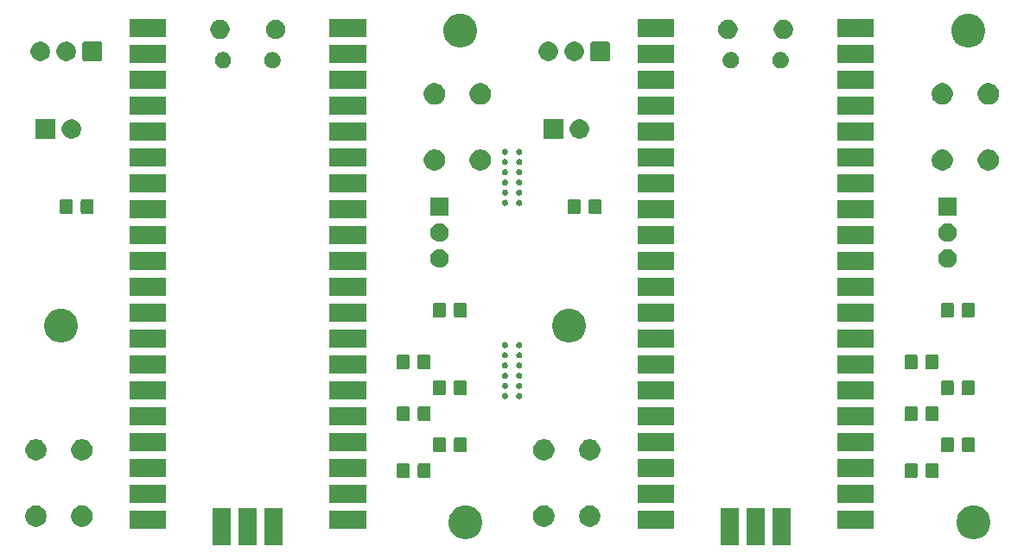
<source format=gts>
G04 #@! TF.GenerationSoftware,KiCad,Pcbnew,5.1.5+dfsg1-2build2*
G04 #@! TF.CreationDate,2022-06-18T16:31:26+03:00*
G04 #@! TF.ProjectId,pico-panel,7069636f-2d70-4616-9e65-6c2e6b696361,rev?*
G04 #@! TF.SameCoordinates,Original*
G04 #@! TF.FileFunction,Soldermask,Top*
G04 #@! TF.FilePolarity,Negative*
%FSLAX46Y46*%
G04 Gerber Fmt 4.6, Leading zero omitted, Abs format (unit mm)*
G04 Created by KiCad (PCBNEW 5.1.5+dfsg1-2build2) date 2022-06-18 16:31:26*
%MOMM*%
%LPD*%
G04 APERTURE LIST*
%ADD10C,0.150000*%
G04 APERTURE END LIST*
D10*
G36*
X86493002Y-70051000D02*
G01*
X84691002Y-70051000D01*
X84691002Y-66449000D01*
X86493002Y-66449000D01*
X86493002Y-70051000D01*
G37*
G36*
X89033002Y-70051000D02*
G01*
X87231002Y-70051000D01*
X87231002Y-66449000D01*
X89033002Y-66449000D01*
X89033002Y-70051000D01*
G37*
G36*
X91573002Y-70051000D02*
G01*
X89771002Y-70051000D01*
X89771002Y-66449000D01*
X91573002Y-66449000D01*
X91573002Y-70051000D01*
G37*
G36*
X36725000Y-70051000D02*
G01*
X34923000Y-70051000D01*
X34923000Y-66449000D01*
X36725000Y-66449000D01*
X36725000Y-70051000D01*
G37*
G36*
X41805000Y-70051000D02*
G01*
X40003000Y-70051000D01*
X40003000Y-66449000D01*
X41805000Y-66449000D01*
X41805000Y-70051000D01*
G37*
G36*
X39265000Y-70051000D02*
G01*
X37463000Y-70051000D01*
X37463000Y-66449000D01*
X39265000Y-66449000D01*
X39265000Y-70051000D01*
G37*
G36*
X60075256Y-66225298D02*
G01*
X60181579Y-66246447D01*
X60482042Y-66370903D01*
X60752451Y-66551585D01*
X60982415Y-66781549D01*
X61163097Y-67051958D01*
X61276409Y-67325516D01*
X61287553Y-67352422D01*
X61351000Y-67671389D01*
X61351000Y-67996611D01*
X61340409Y-68049853D01*
X61287553Y-68315579D01*
X61163097Y-68616042D01*
X60982415Y-68886451D01*
X60752451Y-69116415D01*
X60482042Y-69297097D01*
X60181579Y-69421553D01*
X60075256Y-69442702D01*
X59862611Y-69485000D01*
X59537389Y-69485000D01*
X59324744Y-69442702D01*
X59218421Y-69421553D01*
X58917958Y-69297097D01*
X58647549Y-69116415D01*
X58417585Y-68886451D01*
X58236903Y-68616042D01*
X58112447Y-68315579D01*
X58059591Y-68049853D01*
X58049000Y-67996611D01*
X58049000Y-67671389D01*
X58112447Y-67352422D01*
X58123592Y-67325516D01*
X58236903Y-67051958D01*
X58417585Y-66781549D01*
X58647549Y-66551585D01*
X58917958Y-66370903D01*
X59218421Y-66246447D01*
X59324744Y-66225298D01*
X59537389Y-66183000D01*
X59862611Y-66183000D01*
X60075256Y-66225298D01*
G37*
G36*
X109843258Y-66225298D02*
G01*
X109949581Y-66246447D01*
X110250044Y-66370903D01*
X110520453Y-66551585D01*
X110750417Y-66781549D01*
X110931099Y-67051958D01*
X111044411Y-67325516D01*
X111055555Y-67352422D01*
X111119002Y-67671389D01*
X111119002Y-67996611D01*
X111108411Y-68049853D01*
X111055555Y-68315579D01*
X110931099Y-68616042D01*
X110750417Y-68886451D01*
X110520453Y-69116415D01*
X110250044Y-69297097D01*
X109949581Y-69421553D01*
X109843258Y-69442702D01*
X109630613Y-69485000D01*
X109305391Y-69485000D01*
X109092746Y-69442702D01*
X108986423Y-69421553D01*
X108685960Y-69297097D01*
X108415551Y-69116415D01*
X108185587Y-68886451D01*
X108004905Y-68616042D01*
X107880449Y-68315579D01*
X107827593Y-68049853D01*
X107817002Y-67996611D01*
X107817002Y-67671389D01*
X107880449Y-67352422D01*
X107891594Y-67325516D01*
X108004905Y-67051958D01*
X108185587Y-66781549D01*
X108415551Y-66551585D01*
X108685960Y-66370903D01*
X108986423Y-66246447D01*
X109092746Y-66225298D01*
X109305391Y-66183000D01*
X109630613Y-66183000D01*
X109843258Y-66225298D01*
G37*
G36*
X99723002Y-68481000D02*
G01*
X96121002Y-68481000D01*
X96121002Y-66679000D01*
X99723002Y-66679000D01*
X99723002Y-68481000D01*
G37*
G36*
X49955000Y-68481000D02*
G01*
X46353000Y-68481000D01*
X46353000Y-66679000D01*
X49955000Y-66679000D01*
X49955000Y-68481000D01*
G37*
G36*
X80143002Y-68481000D02*
G01*
X76541002Y-68481000D01*
X76541002Y-66679000D01*
X80143002Y-66679000D01*
X80143002Y-68481000D01*
G37*
G36*
X30375000Y-68481000D02*
G01*
X26773000Y-68481000D01*
X26773000Y-66679000D01*
X30375000Y-66679000D01*
X30375000Y-68481000D01*
G37*
G36*
X17914564Y-66211389D02*
G01*
X18105833Y-66290615D01*
X18105835Y-66290616D01*
X18277973Y-66405635D01*
X18424365Y-66552027D01*
X18532341Y-66713624D01*
X18539385Y-66724167D01*
X18618611Y-66915436D01*
X18659000Y-67118484D01*
X18659000Y-67325516D01*
X18618611Y-67528564D01*
X18583714Y-67612812D01*
X18539384Y-67719835D01*
X18424365Y-67891973D01*
X18277973Y-68038365D01*
X18105835Y-68153384D01*
X18105834Y-68153385D01*
X18105833Y-68153385D01*
X17914564Y-68232611D01*
X17711516Y-68273000D01*
X17504484Y-68273000D01*
X17301436Y-68232611D01*
X17110167Y-68153385D01*
X17110166Y-68153385D01*
X17110165Y-68153384D01*
X16938027Y-68038365D01*
X16791635Y-67891973D01*
X16676616Y-67719835D01*
X16632286Y-67612812D01*
X16597389Y-67528564D01*
X16557000Y-67325516D01*
X16557000Y-67118484D01*
X16597389Y-66915436D01*
X16676615Y-66724167D01*
X16683660Y-66713624D01*
X16791635Y-66552027D01*
X16938027Y-66405635D01*
X17110165Y-66290616D01*
X17110167Y-66290615D01*
X17301436Y-66211389D01*
X17504484Y-66171000D01*
X17711516Y-66171000D01*
X17914564Y-66211389D01*
G37*
G36*
X22414564Y-66211389D02*
G01*
X22605833Y-66290615D01*
X22605835Y-66290616D01*
X22777973Y-66405635D01*
X22924365Y-66552027D01*
X23032341Y-66713624D01*
X23039385Y-66724167D01*
X23118611Y-66915436D01*
X23159000Y-67118484D01*
X23159000Y-67325516D01*
X23118611Y-67528564D01*
X23083714Y-67612812D01*
X23039384Y-67719835D01*
X22924365Y-67891973D01*
X22777973Y-68038365D01*
X22605835Y-68153384D01*
X22605834Y-68153385D01*
X22605833Y-68153385D01*
X22414564Y-68232611D01*
X22211516Y-68273000D01*
X22004484Y-68273000D01*
X21801436Y-68232611D01*
X21610167Y-68153385D01*
X21610166Y-68153385D01*
X21610165Y-68153384D01*
X21438027Y-68038365D01*
X21291635Y-67891973D01*
X21176616Y-67719835D01*
X21132286Y-67612812D01*
X21097389Y-67528564D01*
X21057000Y-67325516D01*
X21057000Y-67118484D01*
X21097389Y-66915436D01*
X21176615Y-66724167D01*
X21183660Y-66713624D01*
X21291635Y-66552027D01*
X21438027Y-66405635D01*
X21610165Y-66290616D01*
X21610167Y-66290615D01*
X21801436Y-66211389D01*
X22004484Y-66171000D01*
X22211516Y-66171000D01*
X22414564Y-66211389D01*
G37*
G36*
X72182566Y-66211389D02*
G01*
X72373835Y-66290615D01*
X72373837Y-66290616D01*
X72545975Y-66405635D01*
X72692367Y-66552027D01*
X72800343Y-66713624D01*
X72807387Y-66724167D01*
X72886613Y-66915436D01*
X72927002Y-67118484D01*
X72927002Y-67325516D01*
X72886613Y-67528564D01*
X72851716Y-67612812D01*
X72807386Y-67719835D01*
X72692367Y-67891973D01*
X72545975Y-68038365D01*
X72373837Y-68153384D01*
X72373836Y-68153385D01*
X72373835Y-68153385D01*
X72182566Y-68232611D01*
X71979518Y-68273000D01*
X71772486Y-68273000D01*
X71569438Y-68232611D01*
X71378169Y-68153385D01*
X71378168Y-68153385D01*
X71378167Y-68153384D01*
X71206029Y-68038365D01*
X71059637Y-67891973D01*
X70944618Y-67719835D01*
X70900288Y-67612812D01*
X70865391Y-67528564D01*
X70825002Y-67325516D01*
X70825002Y-67118484D01*
X70865391Y-66915436D01*
X70944617Y-66724167D01*
X70951662Y-66713624D01*
X71059637Y-66552027D01*
X71206029Y-66405635D01*
X71378167Y-66290616D01*
X71378169Y-66290615D01*
X71569438Y-66211389D01*
X71772486Y-66171000D01*
X71979518Y-66171000D01*
X72182566Y-66211389D01*
G37*
G36*
X67682566Y-66211389D02*
G01*
X67873835Y-66290615D01*
X67873837Y-66290616D01*
X68045975Y-66405635D01*
X68192367Y-66552027D01*
X68300343Y-66713624D01*
X68307387Y-66724167D01*
X68386613Y-66915436D01*
X68427002Y-67118484D01*
X68427002Y-67325516D01*
X68386613Y-67528564D01*
X68351716Y-67612812D01*
X68307386Y-67719835D01*
X68192367Y-67891973D01*
X68045975Y-68038365D01*
X67873837Y-68153384D01*
X67873836Y-68153385D01*
X67873835Y-68153385D01*
X67682566Y-68232611D01*
X67479518Y-68273000D01*
X67272486Y-68273000D01*
X67069438Y-68232611D01*
X66878169Y-68153385D01*
X66878168Y-68153385D01*
X66878167Y-68153384D01*
X66706029Y-68038365D01*
X66559637Y-67891973D01*
X66444618Y-67719835D01*
X66400288Y-67612812D01*
X66365391Y-67528564D01*
X66325002Y-67325516D01*
X66325002Y-67118484D01*
X66365391Y-66915436D01*
X66444617Y-66724167D01*
X66451662Y-66713624D01*
X66559637Y-66552027D01*
X66706029Y-66405635D01*
X66878167Y-66290616D01*
X66878169Y-66290615D01*
X67069438Y-66211389D01*
X67272486Y-66171000D01*
X67479518Y-66171000D01*
X67682566Y-66211389D01*
G37*
G36*
X49955000Y-65941000D02*
G01*
X46353000Y-65941000D01*
X46353000Y-64139000D01*
X49955000Y-64139000D01*
X49955000Y-65941000D01*
G37*
G36*
X99723002Y-65941000D02*
G01*
X96121002Y-65941000D01*
X96121002Y-64139000D01*
X99723002Y-64139000D01*
X99723002Y-65941000D01*
G37*
G36*
X80143002Y-65941000D02*
G01*
X76541002Y-65941000D01*
X76541002Y-64139000D01*
X80143002Y-64139000D01*
X80143002Y-65941000D01*
G37*
G36*
X30375000Y-65941000D02*
G01*
X26773000Y-65941000D01*
X26773000Y-64139000D01*
X30375000Y-64139000D01*
X30375000Y-65941000D01*
G37*
G36*
X56117674Y-62007465D02*
G01*
X56155367Y-62018899D01*
X56190103Y-62037466D01*
X56220548Y-62062452D01*
X56245534Y-62092897D01*
X56264101Y-62127633D01*
X56275535Y-62165326D01*
X56280000Y-62210661D01*
X56280000Y-63297339D01*
X56275535Y-63342674D01*
X56264101Y-63380367D01*
X56245534Y-63415103D01*
X56220548Y-63445548D01*
X56190103Y-63470534D01*
X56155367Y-63489101D01*
X56117674Y-63500535D01*
X56072339Y-63505000D01*
X55235661Y-63505000D01*
X55190326Y-63500535D01*
X55152633Y-63489101D01*
X55117897Y-63470534D01*
X55087452Y-63445548D01*
X55062466Y-63415103D01*
X55043899Y-63380367D01*
X55032465Y-63342674D01*
X55028000Y-63297339D01*
X55028000Y-62210661D01*
X55032465Y-62165326D01*
X55043899Y-62127633D01*
X55062466Y-62092897D01*
X55087452Y-62062452D01*
X55117897Y-62037466D01*
X55152633Y-62018899D01*
X55190326Y-62007465D01*
X55235661Y-62003000D01*
X56072339Y-62003000D01*
X56117674Y-62007465D01*
G37*
G36*
X103835676Y-62007465D02*
G01*
X103873369Y-62018899D01*
X103908105Y-62037466D01*
X103938550Y-62062452D01*
X103963536Y-62092897D01*
X103982103Y-62127633D01*
X103993537Y-62165326D01*
X103998002Y-62210661D01*
X103998002Y-63297339D01*
X103993537Y-63342674D01*
X103982103Y-63380367D01*
X103963536Y-63415103D01*
X103938550Y-63445548D01*
X103908105Y-63470534D01*
X103873369Y-63489101D01*
X103835676Y-63500535D01*
X103790341Y-63505000D01*
X102953663Y-63505000D01*
X102908328Y-63500535D01*
X102870635Y-63489101D01*
X102835899Y-63470534D01*
X102805454Y-63445548D01*
X102780468Y-63415103D01*
X102761901Y-63380367D01*
X102750467Y-63342674D01*
X102746002Y-63297339D01*
X102746002Y-62210661D01*
X102750467Y-62165326D01*
X102761901Y-62127633D01*
X102780468Y-62092897D01*
X102805454Y-62062452D01*
X102835899Y-62037466D01*
X102870635Y-62018899D01*
X102908328Y-62007465D01*
X102953663Y-62003000D01*
X103790341Y-62003000D01*
X103835676Y-62007465D01*
G37*
G36*
X54067674Y-62007465D02*
G01*
X54105367Y-62018899D01*
X54140103Y-62037466D01*
X54170548Y-62062452D01*
X54195534Y-62092897D01*
X54214101Y-62127633D01*
X54225535Y-62165326D01*
X54230000Y-62210661D01*
X54230000Y-63297339D01*
X54225535Y-63342674D01*
X54214101Y-63380367D01*
X54195534Y-63415103D01*
X54170548Y-63445548D01*
X54140103Y-63470534D01*
X54105367Y-63489101D01*
X54067674Y-63500535D01*
X54022339Y-63505000D01*
X53185661Y-63505000D01*
X53140326Y-63500535D01*
X53102633Y-63489101D01*
X53067897Y-63470534D01*
X53037452Y-63445548D01*
X53012466Y-63415103D01*
X52993899Y-63380367D01*
X52982465Y-63342674D01*
X52978000Y-63297339D01*
X52978000Y-62210661D01*
X52982465Y-62165326D01*
X52993899Y-62127633D01*
X53012466Y-62092897D01*
X53037452Y-62062452D01*
X53067897Y-62037466D01*
X53102633Y-62018899D01*
X53140326Y-62007465D01*
X53185661Y-62003000D01*
X54022339Y-62003000D01*
X54067674Y-62007465D01*
G37*
G36*
X105885676Y-62007465D02*
G01*
X105923369Y-62018899D01*
X105958105Y-62037466D01*
X105988550Y-62062452D01*
X106013536Y-62092897D01*
X106032103Y-62127633D01*
X106043537Y-62165326D01*
X106048002Y-62210661D01*
X106048002Y-63297339D01*
X106043537Y-63342674D01*
X106032103Y-63380367D01*
X106013536Y-63415103D01*
X105988550Y-63445548D01*
X105958105Y-63470534D01*
X105923369Y-63489101D01*
X105885676Y-63500535D01*
X105840341Y-63505000D01*
X105003663Y-63505000D01*
X104958328Y-63500535D01*
X104920635Y-63489101D01*
X104885899Y-63470534D01*
X104855454Y-63445548D01*
X104830468Y-63415103D01*
X104811901Y-63380367D01*
X104800467Y-63342674D01*
X104796002Y-63297339D01*
X104796002Y-62210661D01*
X104800467Y-62165326D01*
X104811901Y-62127633D01*
X104830468Y-62092897D01*
X104855454Y-62062452D01*
X104885899Y-62037466D01*
X104920635Y-62018899D01*
X104958328Y-62007465D01*
X105003663Y-62003000D01*
X105840341Y-62003000D01*
X105885676Y-62007465D01*
G37*
G36*
X49955000Y-63401000D02*
G01*
X46353000Y-63401000D01*
X46353000Y-61599000D01*
X49955000Y-61599000D01*
X49955000Y-63401000D01*
G37*
G36*
X30375000Y-63401000D02*
G01*
X26773000Y-63401000D01*
X26773000Y-61599000D01*
X30375000Y-61599000D01*
X30375000Y-63401000D01*
G37*
G36*
X80143002Y-63401000D02*
G01*
X76541002Y-63401000D01*
X76541002Y-61599000D01*
X80143002Y-61599000D01*
X80143002Y-63401000D01*
G37*
G36*
X99723002Y-63401000D02*
G01*
X96121002Y-63401000D01*
X96121002Y-61599000D01*
X99723002Y-61599000D01*
X99723002Y-63401000D01*
G37*
G36*
X67682566Y-59711389D02*
G01*
X67873835Y-59790615D01*
X67873837Y-59790616D01*
X67994528Y-59871259D01*
X68045975Y-59905635D01*
X68192367Y-60052027D01*
X68307387Y-60224167D01*
X68386613Y-60415436D01*
X68427002Y-60618484D01*
X68427002Y-60825516D01*
X68386613Y-61028564D01*
X68307387Y-61219833D01*
X68307386Y-61219835D01*
X68192367Y-61391973D01*
X68045975Y-61538365D01*
X67873837Y-61653384D01*
X67873836Y-61653385D01*
X67873835Y-61653385D01*
X67682566Y-61732611D01*
X67479518Y-61773000D01*
X67272486Y-61773000D01*
X67069438Y-61732611D01*
X66878169Y-61653385D01*
X66878168Y-61653385D01*
X66878167Y-61653384D01*
X66706029Y-61538365D01*
X66559637Y-61391973D01*
X66444618Y-61219835D01*
X66444617Y-61219833D01*
X66365391Y-61028564D01*
X66325002Y-60825516D01*
X66325002Y-60618484D01*
X66365391Y-60415436D01*
X66444617Y-60224167D01*
X66559637Y-60052027D01*
X66706029Y-59905635D01*
X66757476Y-59871259D01*
X66878167Y-59790616D01*
X66878169Y-59790615D01*
X67069438Y-59711389D01*
X67272486Y-59671000D01*
X67479518Y-59671000D01*
X67682566Y-59711389D01*
G37*
G36*
X22414564Y-59711389D02*
G01*
X22605833Y-59790615D01*
X22605835Y-59790616D01*
X22726526Y-59871259D01*
X22777973Y-59905635D01*
X22924365Y-60052027D01*
X23039385Y-60224167D01*
X23118611Y-60415436D01*
X23159000Y-60618484D01*
X23159000Y-60825516D01*
X23118611Y-61028564D01*
X23039385Y-61219833D01*
X23039384Y-61219835D01*
X22924365Y-61391973D01*
X22777973Y-61538365D01*
X22605835Y-61653384D01*
X22605834Y-61653385D01*
X22605833Y-61653385D01*
X22414564Y-61732611D01*
X22211516Y-61773000D01*
X22004484Y-61773000D01*
X21801436Y-61732611D01*
X21610167Y-61653385D01*
X21610166Y-61653385D01*
X21610165Y-61653384D01*
X21438027Y-61538365D01*
X21291635Y-61391973D01*
X21176616Y-61219835D01*
X21176615Y-61219833D01*
X21097389Y-61028564D01*
X21057000Y-60825516D01*
X21057000Y-60618484D01*
X21097389Y-60415436D01*
X21176615Y-60224167D01*
X21291635Y-60052027D01*
X21438027Y-59905635D01*
X21489474Y-59871259D01*
X21610165Y-59790616D01*
X21610167Y-59790615D01*
X21801436Y-59711389D01*
X22004484Y-59671000D01*
X22211516Y-59671000D01*
X22414564Y-59711389D01*
G37*
G36*
X17914564Y-59711389D02*
G01*
X18105833Y-59790615D01*
X18105835Y-59790616D01*
X18226526Y-59871259D01*
X18277973Y-59905635D01*
X18424365Y-60052027D01*
X18539385Y-60224167D01*
X18618611Y-60415436D01*
X18659000Y-60618484D01*
X18659000Y-60825516D01*
X18618611Y-61028564D01*
X18539385Y-61219833D01*
X18539384Y-61219835D01*
X18424365Y-61391973D01*
X18277973Y-61538365D01*
X18105835Y-61653384D01*
X18105834Y-61653385D01*
X18105833Y-61653385D01*
X17914564Y-61732611D01*
X17711516Y-61773000D01*
X17504484Y-61773000D01*
X17301436Y-61732611D01*
X17110167Y-61653385D01*
X17110166Y-61653385D01*
X17110165Y-61653384D01*
X16938027Y-61538365D01*
X16791635Y-61391973D01*
X16676616Y-61219835D01*
X16676615Y-61219833D01*
X16597389Y-61028564D01*
X16557000Y-60825516D01*
X16557000Y-60618484D01*
X16597389Y-60415436D01*
X16676615Y-60224167D01*
X16791635Y-60052027D01*
X16938027Y-59905635D01*
X16989474Y-59871259D01*
X17110165Y-59790616D01*
X17110167Y-59790615D01*
X17301436Y-59711389D01*
X17504484Y-59671000D01*
X17711516Y-59671000D01*
X17914564Y-59711389D01*
G37*
G36*
X72182566Y-59711389D02*
G01*
X72373835Y-59790615D01*
X72373837Y-59790616D01*
X72494528Y-59871259D01*
X72545975Y-59905635D01*
X72692367Y-60052027D01*
X72807387Y-60224167D01*
X72886613Y-60415436D01*
X72927002Y-60618484D01*
X72927002Y-60825516D01*
X72886613Y-61028564D01*
X72807387Y-61219833D01*
X72807386Y-61219835D01*
X72692367Y-61391973D01*
X72545975Y-61538365D01*
X72373837Y-61653384D01*
X72373836Y-61653385D01*
X72373835Y-61653385D01*
X72182566Y-61732611D01*
X71979518Y-61773000D01*
X71772486Y-61773000D01*
X71569438Y-61732611D01*
X71378169Y-61653385D01*
X71378168Y-61653385D01*
X71378167Y-61653384D01*
X71206029Y-61538365D01*
X71059637Y-61391973D01*
X70944618Y-61219835D01*
X70944617Y-61219833D01*
X70865391Y-61028564D01*
X70825002Y-60825516D01*
X70825002Y-60618484D01*
X70865391Y-60415436D01*
X70944617Y-60224167D01*
X71059637Y-60052027D01*
X71206029Y-59905635D01*
X71257476Y-59871259D01*
X71378167Y-59790616D01*
X71378169Y-59790615D01*
X71569438Y-59711389D01*
X71772486Y-59671000D01*
X71979518Y-59671000D01*
X72182566Y-59711389D01*
G37*
G36*
X57614674Y-59467465D02*
G01*
X57652367Y-59478899D01*
X57687103Y-59497466D01*
X57717548Y-59522452D01*
X57742534Y-59552897D01*
X57761101Y-59587633D01*
X57772535Y-59625326D01*
X57777000Y-59670661D01*
X57777000Y-60757339D01*
X57772535Y-60802674D01*
X57761101Y-60840367D01*
X57742534Y-60875103D01*
X57717548Y-60905548D01*
X57687103Y-60930534D01*
X57652367Y-60949101D01*
X57614674Y-60960535D01*
X57569339Y-60965000D01*
X56732661Y-60965000D01*
X56687326Y-60960535D01*
X56649633Y-60949101D01*
X56614897Y-60930534D01*
X56584452Y-60905548D01*
X56559466Y-60875103D01*
X56540899Y-60840367D01*
X56529465Y-60802674D01*
X56525000Y-60757339D01*
X56525000Y-59670661D01*
X56529465Y-59625326D01*
X56540899Y-59587633D01*
X56559466Y-59552897D01*
X56584452Y-59522452D01*
X56614897Y-59497466D01*
X56649633Y-59478899D01*
X56687326Y-59467465D01*
X56732661Y-59463000D01*
X57569339Y-59463000D01*
X57614674Y-59467465D01*
G37*
G36*
X109432676Y-59467465D02*
G01*
X109470369Y-59478899D01*
X109505105Y-59497466D01*
X109535550Y-59522452D01*
X109560536Y-59552897D01*
X109579103Y-59587633D01*
X109590537Y-59625326D01*
X109595002Y-59670661D01*
X109595002Y-60757339D01*
X109590537Y-60802674D01*
X109579103Y-60840367D01*
X109560536Y-60875103D01*
X109535550Y-60905548D01*
X109505105Y-60930534D01*
X109470369Y-60949101D01*
X109432676Y-60960535D01*
X109387341Y-60965000D01*
X108550663Y-60965000D01*
X108505328Y-60960535D01*
X108467635Y-60949101D01*
X108432899Y-60930534D01*
X108402454Y-60905548D01*
X108377468Y-60875103D01*
X108358901Y-60840367D01*
X108347467Y-60802674D01*
X108343002Y-60757339D01*
X108343002Y-59670661D01*
X108347467Y-59625326D01*
X108358901Y-59587633D01*
X108377468Y-59552897D01*
X108402454Y-59522452D01*
X108432899Y-59497466D01*
X108467635Y-59478899D01*
X108505328Y-59467465D01*
X108550663Y-59463000D01*
X109387341Y-59463000D01*
X109432676Y-59467465D01*
G37*
G36*
X107382676Y-59467465D02*
G01*
X107420369Y-59478899D01*
X107455105Y-59497466D01*
X107485550Y-59522452D01*
X107510536Y-59552897D01*
X107529103Y-59587633D01*
X107540537Y-59625326D01*
X107545002Y-59670661D01*
X107545002Y-60757339D01*
X107540537Y-60802674D01*
X107529103Y-60840367D01*
X107510536Y-60875103D01*
X107485550Y-60905548D01*
X107455105Y-60930534D01*
X107420369Y-60949101D01*
X107382676Y-60960535D01*
X107337341Y-60965000D01*
X106500663Y-60965000D01*
X106455328Y-60960535D01*
X106417635Y-60949101D01*
X106382899Y-60930534D01*
X106352454Y-60905548D01*
X106327468Y-60875103D01*
X106308901Y-60840367D01*
X106297467Y-60802674D01*
X106293002Y-60757339D01*
X106293002Y-59670661D01*
X106297467Y-59625326D01*
X106308901Y-59587633D01*
X106327468Y-59552897D01*
X106352454Y-59522452D01*
X106382899Y-59497466D01*
X106417635Y-59478899D01*
X106455328Y-59467465D01*
X106500663Y-59463000D01*
X107337341Y-59463000D01*
X107382676Y-59467465D01*
G37*
G36*
X59664674Y-59467465D02*
G01*
X59702367Y-59478899D01*
X59737103Y-59497466D01*
X59767548Y-59522452D01*
X59792534Y-59552897D01*
X59811101Y-59587633D01*
X59822535Y-59625326D01*
X59827000Y-59670661D01*
X59827000Y-60757339D01*
X59822535Y-60802674D01*
X59811101Y-60840367D01*
X59792534Y-60875103D01*
X59767548Y-60905548D01*
X59737103Y-60930534D01*
X59702367Y-60949101D01*
X59664674Y-60960535D01*
X59619339Y-60965000D01*
X58782661Y-60965000D01*
X58737326Y-60960535D01*
X58699633Y-60949101D01*
X58664897Y-60930534D01*
X58634452Y-60905548D01*
X58609466Y-60875103D01*
X58590899Y-60840367D01*
X58579465Y-60802674D01*
X58575000Y-60757339D01*
X58575000Y-59670661D01*
X58579465Y-59625326D01*
X58590899Y-59587633D01*
X58609466Y-59552897D01*
X58634452Y-59522452D01*
X58664897Y-59497466D01*
X58699633Y-59478899D01*
X58737326Y-59467465D01*
X58782661Y-59463000D01*
X59619339Y-59463000D01*
X59664674Y-59467465D01*
G37*
G36*
X80143002Y-60861000D02*
G01*
X76541002Y-60861000D01*
X76541002Y-59059000D01*
X80143002Y-59059000D01*
X80143002Y-60861000D01*
G37*
G36*
X99723002Y-60861000D02*
G01*
X96121002Y-60861000D01*
X96121002Y-59059000D01*
X99723002Y-59059000D01*
X99723002Y-60861000D01*
G37*
G36*
X30375000Y-60861000D02*
G01*
X26773000Y-60861000D01*
X26773000Y-59059000D01*
X30375000Y-59059000D01*
X30375000Y-60861000D01*
G37*
G36*
X49955000Y-60861000D02*
G01*
X46353000Y-60861000D01*
X46353000Y-59059000D01*
X49955000Y-59059000D01*
X49955000Y-60861000D01*
G37*
G36*
X49955000Y-58321000D02*
G01*
X46353000Y-58321000D01*
X46353000Y-56519000D01*
X49955000Y-56519000D01*
X49955000Y-58321000D01*
G37*
G36*
X80143002Y-58321000D02*
G01*
X76541002Y-58321000D01*
X76541002Y-56519000D01*
X80143002Y-56519000D01*
X80143002Y-58321000D01*
G37*
G36*
X99723002Y-58321000D02*
G01*
X96121002Y-58321000D01*
X96121002Y-56519000D01*
X99723002Y-56519000D01*
X99723002Y-58321000D01*
G37*
G36*
X30375000Y-58321000D02*
G01*
X26773000Y-58321000D01*
X26773000Y-56519000D01*
X30375000Y-56519000D01*
X30375000Y-58321000D01*
G37*
G36*
X105885676Y-56419465D02*
G01*
X105923369Y-56430899D01*
X105958105Y-56449466D01*
X105988550Y-56474452D01*
X106013536Y-56504897D01*
X106032103Y-56539633D01*
X106043537Y-56577326D01*
X106048002Y-56622661D01*
X106048002Y-57709339D01*
X106043537Y-57754674D01*
X106032103Y-57792367D01*
X106013536Y-57827103D01*
X105988550Y-57857548D01*
X105958105Y-57882534D01*
X105923369Y-57901101D01*
X105885676Y-57912535D01*
X105840341Y-57917000D01*
X105003663Y-57917000D01*
X104958328Y-57912535D01*
X104920635Y-57901101D01*
X104885899Y-57882534D01*
X104855454Y-57857548D01*
X104830468Y-57827103D01*
X104811901Y-57792367D01*
X104800467Y-57754674D01*
X104796002Y-57709339D01*
X104796002Y-56622661D01*
X104800467Y-56577326D01*
X104811901Y-56539633D01*
X104830468Y-56504897D01*
X104855454Y-56474452D01*
X104885899Y-56449466D01*
X104920635Y-56430899D01*
X104958328Y-56419465D01*
X105003663Y-56415000D01*
X105840341Y-56415000D01*
X105885676Y-56419465D01*
G37*
G36*
X56117674Y-56419465D02*
G01*
X56155367Y-56430899D01*
X56190103Y-56449466D01*
X56220548Y-56474452D01*
X56245534Y-56504897D01*
X56264101Y-56539633D01*
X56275535Y-56577326D01*
X56280000Y-56622661D01*
X56280000Y-57709339D01*
X56275535Y-57754674D01*
X56264101Y-57792367D01*
X56245534Y-57827103D01*
X56220548Y-57857548D01*
X56190103Y-57882534D01*
X56155367Y-57901101D01*
X56117674Y-57912535D01*
X56072339Y-57917000D01*
X55235661Y-57917000D01*
X55190326Y-57912535D01*
X55152633Y-57901101D01*
X55117897Y-57882534D01*
X55087452Y-57857548D01*
X55062466Y-57827103D01*
X55043899Y-57792367D01*
X55032465Y-57754674D01*
X55028000Y-57709339D01*
X55028000Y-56622661D01*
X55032465Y-56577326D01*
X55043899Y-56539633D01*
X55062466Y-56504897D01*
X55087452Y-56474452D01*
X55117897Y-56449466D01*
X55152633Y-56430899D01*
X55190326Y-56419465D01*
X55235661Y-56415000D01*
X56072339Y-56415000D01*
X56117674Y-56419465D01*
G37*
G36*
X54067674Y-56419465D02*
G01*
X54105367Y-56430899D01*
X54140103Y-56449466D01*
X54170548Y-56474452D01*
X54195534Y-56504897D01*
X54214101Y-56539633D01*
X54225535Y-56577326D01*
X54230000Y-56622661D01*
X54230000Y-57709339D01*
X54225535Y-57754674D01*
X54214101Y-57792367D01*
X54195534Y-57827103D01*
X54170548Y-57857548D01*
X54140103Y-57882534D01*
X54105367Y-57901101D01*
X54067674Y-57912535D01*
X54022339Y-57917000D01*
X53185661Y-57917000D01*
X53140326Y-57912535D01*
X53102633Y-57901101D01*
X53067897Y-57882534D01*
X53037452Y-57857548D01*
X53012466Y-57827103D01*
X52993899Y-57792367D01*
X52982465Y-57754674D01*
X52978000Y-57709339D01*
X52978000Y-56622661D01*
X52982465Y-56577326D01*
X52993899Y-56539633D01*
X53012466Y-56504897D01*
X53037452Y-56474452D01*
X53067897Y-56449466D01*
X53102633Y-56430899D01*
X53140326Y-56419465D01*
X53185661Y-56415000D01*
X54022339Y-56415000D01*
X54067674Y-56419465D01*
G37*
G36*
X103835676Y-56419465D02*
G01*
X103873369Y-56430899D01*
X103908105Y-56449466D01*
X103938550Y-56474452D01*
X103963536Y-56504897D01*
X103982103Y-56539633D01*
X103993537Y-56577326D01*
X103998002Y-56622661D01*
X103998002Y-57709339D01*
X103993537Y-57754674D01*
X103982103Y-57792367D01*
X103963536Y-57827103D01*
X103938550Y-57857548D01*
X103908105Y-57882534D01*
X103873369Y-57901101D01*
X103835676Y-57912535D01*
X103790341Y-57917000D01*
X102953663Y-57917000D01*
X102908328Y-57912535D01*
X102870635Y-57901101D01*
X102835899Y-57882534D01*
X102805454Y-57857548D01*
X102780468Y-57827103D01*
X102761901Y-57792367D01*
X102750467Y-57754674D01*
X102746002Y-57709339D01*
X102746002Y-56622661D01*
X102750467Y-56577326D01*
X102761901Y-56539633D01*
X102780468Y-56504897D01*
X102805454Y-56474452D01*
X102835899Y-56449466D01*
X102870635Y-56430899D01*
X102908328Y-56419465D01*
X102953663Y-56415000D01*
X103790341Y-56415000D01*
X103835676Y-56419465D01*
G37*
G36*
X80143002Y-55781000D02*
G01*
X76541002Y-55781000D01*
X76541002Y-53979000D01*
X80143002Y-53979000D01*
X80143002Y-55781000D01*
G37*
G36*
X99723002Y-55781000D02*
G01*
X96121002Y-55781000D01*
X96121002Y-53979000D01*
X99723002Y-53979000D01*
X99723002Y-55781000D01*
G37*
G36*
X30375000Y-55781000D02*
G01*
X26773000Y-55781000D01*
X26773000Y-53979000D01*
X30375000Y-53979000D01*
X30375000Y-55781000D01*
G37*
G36*
X49955000Y-55781000D02*
G01*
X46353000Y-55781000D01*
X46353000Y-53979000D01*
X49955000Y-53979000D01*
X49955000Y-55781000D01*
G37*
G36*
X63647797Y-55143900D02*
G01*
X63702575Y-55166590D01*
X63702577Y-55166591D01*
X63751876Y-55199531D01*
X63793802Y-55241457D01*
X63824301Y-55287103D01*
X63826743Y-55290758D01*
X63849433Y-55345536D01*
X63861000Y-55403686D01*
X63861000Y-55462980D01*
X63849433Y-55521130D01*
X63826743Y-55575908D01*
X63826742Y-55575910D01*
X63793802Y-55625209D01*
X63751876Y-55667135D01*
X63702577Y-55700075D01*
X63702576Y-55700076D01*
X63702575Y-55700076D01*
X63647797Y-55722766D01*
X63589647Y-55734333D01*
X63530353Y-55734333D01*
X63472203Y-55722766D01*
X63417425Y-55700076D01*
X63417424Y-55700076D01*
X63417423Y-55700075D01*
X63368124Y-55667135D01*
X63326198Y-55625209D01*
X63293258Y-55575910D01*
X63293257Y-55575908D01*
X63270567Y-55521130D01*
X63259000Y-55462980D01*
X63259000Y-55403686D01*
X63270567Y-55345536D01*
X63293257Y-55290758D01*
X63295699Y-55287103D01*
X63326198Y-55241457D01*
X63368124Y-55199531D01*
X63417423Y-55166591D01*
X63417425Y-55166590D01*
X63472203Y-55143900D01*
X63530353Y-55132333D01*
X63589647Y-55132333D01*
X63647797Y-55143900D01*
G37*
G36*
X65047797Y-55143900D02*
G01*
X65102575Y-55166590D01*
X65102577Y-55166591D01*
X65151876Y-55199531D01*
X65193802Y-55241457D01*
X65224301Y-55287103D01*
X65226743Y-55290758D01*
X65249433Y-55345536D01*
X65261000Y-55403686D01*
X65261000Y-55462980D01*
X65249433Y-55521130D01*
X65226743Y-55575908D01*
X65226742Y-55575910D01*
X65193802Y-55625209D01*
X65151876Y-55667135D01*
X65102577Y-55700075D01*
X65102576Y-55700076D01*
X65102575Y-55700076D01*
X65047797Y-55722766D01*
X64989647Y-55734333D01*
X64930353Y-55734333D01*
X64872203Y-55722766D01*
X64817425Y-55700076D01*
X64817424Y-55700076D01*
X64817423Y-55700075D01*
X64768124Y-55667135D01*
X64726198Y-55625209D01*
X64693258Y-55575910D01*
X64693257Y-55575908D01*
X64670567Y-55521130D01*
X64659000Y-55462980D01*
X64659000Y-55403686D01*
X64670567Y-55345536D01*
X64693257Y-55290758D01*
X64695699Y-55287103D01*
X64726198Y-55241457D01*
X64768124Y-55199531D01*
X64817423Y-55166591D01*
X64817425Y-55166590D01*
X64872203Y-55143900D01*
X64930353Y-55132333D01*
X64989647Y-55132333D01*
X65047797Y-55143900D01*
G37*
G36*
X109423676Y-53879465D02*
G01*
X109461369Y-53890899D01*
X109496105Y-53909466D01*
X109526550Y-53934452D01*
X109551536Y-53964897D01*
X109570103Y-53999633D01*
X109581537Y-54037326D01*
X109586002Y-54082661D01*
X109586002Y-55169339D01*
X109581537Y-55214674D01*
X109570103Y-55252367D01*
X109551536Y-55287103D01*
X109526550Y-55317548D01*
X109496105Y-55342534D01*
X109461369Y-55361101D01*
X109423676Y-55372535D01*
X109378341Y-55377000D01*
X108541663Y-55377000D01*
X108496328Y-55372535D01*
X108458635Y-55361101D01*
X108423899Y-55342534D01*
X108393454Y-55317548D01*
X108368468Y-55287103D01*
X108349901Y-55252367D01*
X108338467Y-55214674D01*
X108334002Y-55169339D01*
X108334002Y-54082661D01*
X108338467Y-54037326D01*
X108349901Y-53999633D01*
X108368468Y-53964897D01*
X108393454Y-53934452D01*
X108423899Y-53909466D01*
X108458635Y-53890899D01*
X108496328Y-53879465D01*
X108541663Y-53875000D01*
X109378341Y-53875000D01*
X109423676Y-53879465D01*
G37*
G36*
X107373676Y-53879465D02*
G01*
X107411369Y-53890899D01*
X107446105Y-53909466D01*
X107476550Y-53934452D01*
X107501536Y-53964897D01*
X107520103Y-53999633D01*
X107531537Y-54037326D01*
X107536002Y-54082661D01*
X107536002Y-55169339D01*
X107531537Y-55214674D01*
X107520103Y-55252367D01*
X107501536Y-55287103D01*
X107476550Y-55317548D01*
X107446105Y-55342534D01*
X107411369Y-55361101D01*
X107373676Y-55372535D01*
X107328341Y-55377000D01*
X106491663Y-55377000D01*
X106446328Y-55372535D01*
X106408635Y-55361101D01*
X106373899Y-55342534D01*
X106343454Y-55317548D01*
X106318468Y-55287103D01*
X106299901Y-55252367D01*
X106288467Y-55214674D01*
X106284002Y-55169339D01*
X106284002Y-54082661D01*
X106288467Y-54037326D01*
X106299901Y-53999633D01*
X106318468Y-53964897D01*
X106343454Y-53934452D01*
X106373899Y-53909466D01*
X106408635Y-53890899D01*
X106446328Y-53879465D01*
X106491663Y-53875000D01*
X107328341Y-53875000D01*
X107373676Y-53879465D01*
G37*
G36*
X57605674Y-53879465D02*
G01*
X57643367Y-53890899D01*
X57678103Y-53909466D01*
X57708548Y-53934452D01*
X57733534Y-53964897D01*
X57752101Y-53999633D01*
X57763535Y-54037326D01*
X57768000Y-54082661D01*
X57768000Y-55169339D01*
X57763535Y-55214674D01*
X57752101Y-55252367D01*
X57733534Y-55287103D01*
X57708548Y-55317548D01*
X57678103Y-55342534D01*
X57643367Y-55361101D01*
X57605674Y-55372535D01*
X57560339Y-55377000D01*
X56723661Y-55377000D01*
X56678326Y-55372535D01*
X56640633Y-55361101D01*
X56605897Y-55342534D01*
X56575452Y-55317548D01*
X56550466Y-55287103D01*
X56531899Y-55252367D01*
X56520465Y-55214674D01*
X56516000Y-55169339D01*
X56516000Y-54082661D01*
X56520465Y-54037326D01*
X56531899Y-53999633D01*
X56550466Y-53964897D01*
X56575452Y-53934452D01*
X56605897Y-53909466D01*
X56640633Y-53890899D01*
X56678326Y-53879465D01*
X56723661Y-53875000D01*
X57560339Y-53875000D01*
X57605674Y-53879465D01*
G37*
G36*
X59655674Y-53879465D02*
G01*
X59693367Y-53890899D01*
X59728103Y-53909466D01*
X59758548Y-53934452D01*
X59783534Y-53964897D01*
X59802101Y-53999633D01*
X59813535Y-54037326D01*
X59818000Y-54082661D01*
X59818000Y-55169339D01*
X59813535Y-55214674D01*
X59802101Y-55252367D01*
X59783534Y-55287103D01*
X59758548Y-55317548D01*
X59728103Y-55342534D01*
X59693367Y-55361101D01*
X59655674Y-55372535D01*
X59610339Y-55377000D01*
X58773661Y-55377000D01*
X58728326Y-55372535D01*
X58690633Y-55361101D01*
X58655897Y-55342534D01*
X58625452Y-55317548D01*
X58600466Y-55287103D01*
X58581899Y-55252367D01*
X58570465Y-55214674D01*
X58566000Y-55169339D01*
X58566000Y-54082661D01*
X58570465Y-54037326D01*
X58581899Y-53999633D01*
X58600466Y-53964897D01*
X58625452Y-53934452D01*
X58655897Y-53909466D01*
X58690633Y-53890899D01*
X58728326Y-53879465D01*
X58773661Y-53875000D01*
X59610339Y-53875000D01*
X59655674Y-53879465D01*
G37*
G36*
X63647797Y-54143900D02*
G01*
X63702575Y-54166590D01*
X63702577Y-54166591D01*
X63751876Y-54199531D01*
X63793802Y-54241457D01*
X63826742Y-54290756D01*
X63826743Y-54290758D01*
X63849433Y-54345536D01*
X63861000Y-54403686D01*
X63861000Y-54462980D01*
X63849433Y-54521130D01*
X63826743Y-54575908D01*
X63826742Y-54575910D01*
X63793802Y-54625209D01*
X63751876Y-54667135D01*
X63702577Y-54700075D01*
X63702576Y-54700076D01*
X63702575Y-54700076D01*
X63647797Y-54722766D01*
X63589647Y-54734333D01*
X63530353Y-54734333D01*
X63472203Y-54722766D01*
X63417425Y-54700076D01*
X63417424Y-54700076D01*
X63417423Y-54700075D01*
X63368124Y-54667135D01*
X63326198Y-54625209D01*
X63293258Y-54575910D01*
X63293257Y-54575908D01*
X63270567Y-54521130D01*
X63259000Y-54462980D01*
X63259000Y-54403686D01*
X63270567Y-54345536D01*
X63293257Y-54290758D01*
X63293258Y-54290756D01*
X63326198Y-54241457D01*
X63368124Y-54199531D01*
X63417423Y-54166591D01*
X63417425Y-54166590D01*
X63472203Y-54143900D01*
X63530353Y-54132333D01*
X63589647Y-54132333D01*
X63647797Y-54143900D01*
G37*
G36*
X65047797Y-54143900D02*
G01*
X65102575Y-54166590D01*
X65102577Y-54166591D01*
X65151876Y-54199531D01*
X65193802Y-54241457D01*
X65226742Y-54290756D01*
X65226743Y-54290758D01*
X65249433Y-54345536D01*
X65261000Y-54403686D01*
X65261000Y-54462980D01*
X65249433Y-54521130D01*
X65226743Y-54575908D01*
X65226742Y-54575910D01*
X65193802Y-54625209D01*
X65151876Y-54667135D01*
X65102577Y-54700075D01*
X65102576Y-54700076D01*
X65102575Y-54700076D01*
X65047797Y-54722766D01*
X64989647Y-54734333D01*
X64930353Y-54734333D01*
X64872203Y-54722766D01*
X64817425Y-54700076D01*
X64817424Y-54700076D01*
X64817423Y-54700075D01*
X64768124Y-54667135D01*
X64726198Y-54625209D01*
X64693258Y-54575910D01*
X64693257Y-54575908D01*
X64670567Y-54521130D01*
X64659000Y-54462980D01*
X64659000Y-54403686D01*
X64670567Y-54345536D01*
X64693257Y-54290758D01*
X64693258Y-54290756D01*
X64726198Y-54241457D01*
X64768124Y-54199531D01*
X64817423Y-54166591D01*
X64817425Y-54166590D01*
X64872203Y-54143900D01*
X64930353Y-54132333D01*
X64989647Y-54132333D01*
X65047797Y-54143900D01*
G37*
G36*
X65047797Y-53143900D02*
G01*
X65102575Y-53166590D01*
X65102577Y-53166591D01*
X65151876Y-53199531D01*
X65193802Y-53241457D01*
X65226742Y-53290756D01*
X65226743Y-53290758D01*
X65249433Y-53345536D01*
X65261000Y-53403686D01*
X65261000Y-53462980D01*
X65249433Y-53521130D01*
X65226743Y-53575908D01*
X65226742Y-53575910D01*
X65193802Y-53625209D01*
X65151876Y-53667135D01*
X65102577Y-53700075D01*
X65102576Y-53700076D01*
X65102575Y-53700076D01*
X65047797Y-53722766D01*
X64989647Y-53734333D01*
X64930353Y-53734333D01*
X64872203Y-53722766D01*
X64817425Y-53700076D01*
X64817424Y-53700076D01*
X64817423Y-53700075D01*
X64768124Y-53667135D01*
X64726198Y-53625209D01*
X64693258Y-53575910D01*
X64693257Y-53575908D01*
X64670567Y-53521130D01*
X64659000Y-53462980D01*
X64659000Y-53403686D01*
X64670567Y-53345536D01*
X64693257Y-53290758D01*
X64693258Y-53290756D01*
X64726198Y-53241457D01*
X64768124Y-53199531D01*
X64817423Y-53166591D01*
X64817425Y-53166590D01*
X64872203Y-53143900D01*
X64930353Y-53132333D01*
X64989647Y-53132333D01*
X65047797Y-53143900D01*
G37*
G36*
X63647797Y-53143900D02*
G01*
X63702575Y-53166590D01*
X63702577Y-53166591D01*
X63751876Y-53199531D01*
X63793802Y-53241457D01*
X63826742Y-53290756D01*
X63826743Y-53290758D01*
X63849433Y-53345536D01*
X63861000Y-53403686D01*
X63861000Y-53462980D01*
X63849433Y-53521130D01*
X63826743Y-53575908D01*
X63826742Y-53575910D01*
X63793802Y-53625209D01*
X63751876Y-53667135D01*
X63702577Y-53700075D01*
X63702576Y-53700076D01*
X63702575Y-53700076D01*
X63647797Y-53722766D01*
X63589647Y-53734333D01*
X63530353Y-53734333D01*
X63472203Y-53722766D01*
X63417425Y-53700076D01*
X63417424Y-53700076D01*
X63417423Y-53700075D01*
X63368124Y-53667135D01*
X63326198Y-53625209D01*
X63293258Y-53575910D01*
X63293257Y-53575908D01*
X63270567Y-53521130D01*
X63259000Y-53462980D01*
X63259000Y-53403686D01*
X63270567Y-53345536D01*
X63293257Y-53290758D01*
X63293258Y-53290756D01*
X63326198Y-53241457D01*
X63368124Y-53199531D01*
X63417423Y-53166591D01*
X63417425Y-53166590D01*
X63472203Y-53143900D01*
X63530353Y-53132333D01*
X63589647Y-53132333D01*
X63647797Y-53143900D01*
G37*
G36*
X30375000Y-53241000D02*
G01*
X26773000Y-53241000D01*
X26773000Y-51439000D01*
X30375000Y-51439000D01*
X30375000Y-53241000D01*
G37*
G36*
X99723002Y-53241000D02*
G01*
X96121002Y-53241000D01*
X96121002Y-51439000D01*
X99723002Y-51439000D01*
X99723002Y-53241000D01*
G37*
G36*
X80143002Y-53241000D02*
G01*
X76541002Y-53241000D01*
X76541002Y-51439000D01*
X80143002Y-51439000D01*
X80143002Y-53241000D01*
G37*
G36*
X49955000Y-53241000D02*
G01*
X46353000Y-53241000D01*
X46353000Y-51439000D01*
X49955000Y-51439000D01*
X49955000Y-53241000D01*
G37*
G36*
X103817676Y-51339465D02*
G01*
X103855369Y-51350899D01*
X103890105Y-51369466D01*
X103920550Y-51394452D01*
X103945536Y-51424897D01*
X103964103Y-51459633D01*
X103975537Y-51497326D01*
X103980002Y-51542661D01*
X103980002Y-52629339D01*
X103975537Y-52674674D01*
X103964103Y-52712367D01*
X103945536Y-52747103D01*
X103920550Y-52777548D01*
X103890105Y-52802534D01*
X103855369Y-52821101D01*
X103817676Y-52832535D01*
X103772341Y-52837000D01*
X102935663Y-52837000D01*
X102890328Y-52832535D01*
X102852635Y-52821101D01*
X102817899Y-52802534D01*
X102787454Y-52777548D01*
X102762468Y-52747103D01*
X102743901Y-52712367D01*
X102732467Y-52674674D01*
X102728002Y-52629339D01*
X102728002Y-51542661D01*
X102732467Y-51497326D01*
X102743901Y-51459633D01*
X102762468Y-51424897D01*
X102787454Y-51394452D01*
X102817899Y-51369466D01*
X102852635Y-51350899D01*
X102890328Y-51339465D01*
X102935663Y-51335000D01*
X103772341Y-51335000D01*
X103817676Y-51339465D01*
G37*
G36*
X105867676Y-51339465D02*
G01*
X105905369Y-51350899D01*
X105940105Y-51369466D01*
X105970550Y-51394452D01*
X105995536Y-51424897D01*
X106014103Y-51459633D01*
X106025537Y-51497326D01*
X106030002Y-51542661D01*
X106030002Y-52629339D01*
X106025537Y-52674674D01*
X106014103Y-52712367D01*
X105995536Y-52747103D01*
X105970550Y-52777548D01*
X105940105Y-52802534D01*
X105905369Y-52821101D01*
X105867676Y-52832535D01*
X105822341Y-52837000D01*
X104985663Y-52837000D01*
X104940328Y-52832535D01*
X104902635Y-52821101D01*
X104867899Y-52802534D01*
X104837454Y-52777548D01*
X104812468Y-52747103D01*
X104793901Y-52712367D01*
X104782467Y-52674674D01*
X104778002Y-52629339D01*
X104778002Y-51542661D01*
X104782467Y-51497326D01*
X104793901Y-51459633D01*
X104812468Y-51424897D01*
X104837454Y-51394452D01*
X104867899Y-51369466D01*
X104902635Y-51350899D01*
X104940328Y-51339465D01*
X104985663Y-51335000D01*
X105822341Y-51335000D01*
X105867676Y-51339465D01*
G37*
G36*
X54049674Y-51339465D02*
G01*
X54087367Y-51350899D01*
X54122103Y-51369466D01*
X54152548Y-51394452D01*
X54177534Y-51424897D01*
X54196101Y-51459633D01*
X54207535Y-51497326D01*
X54212000Y-51542661D01*
X54212000Y-52629339D01*
X54207535Y-52674674D01*
X54196101Y-52712367D01*
X54177534Y-52747103D01*
X54152548Y-52777548D01*
X54122103Y-52802534D01*
X54087367Y-52821101D01*
X54049674Y-52832535D01*
X54004339Y-52837000D01*
X53167661Y-52837000D01*
X53122326Y-52832535D01*
X53084633Y-52821101D01*
X53049897Y-52802534D01*
X53019452Y-52777548D01*
X52994466Y-52747103D01*
X52975899Y-52712367D01*
X52964465Y-52674674D01*
X52960000Y-52629339D01*
X52960000Y-51542661D01*
X52964465Y-51497326D01*
X52975899Y-51459633D01*
X52994466Y-51424897D01*
X53019452Y-51394452D01*
X53049897Y-51369466D01*
X53084633Y-51350899D01*
X53122326Y-51339465D01*
X53167661Y-51335000D01*
X54004339Y-51335000D01*
X54049674Y-51339465D01*
G37*
G36*
X56099674Y-51339465D02*
G01*
X56137367Y-51350899D01*
X56172103Y-51369466D01*
X56202548Y-51394452D01*
X56227534Y-51424897D01*
X56246101Y-51459633D01*
X56257535Y-51497326D01*
X56262000Y-51542661D01*
X56262000Y-52629339D01*
X56257535Y-52674674D01*
X56246101Y-52712367D01*
X56227534Y-52747103D01*
X56202548Y-52777548D01*
X56172103Y-52802534D01*
X56137367Y-52821101D01*
X56099674Y-52832535D01*
X56054339Y-52837000D01*
X55217661Y-52837000D01*
X55172326Y-52832535D01*
X55134633Y-52821101D01*
X55099897Y-52802534D01*
X55069452Y-52777548D01*
X55044466Y-52747103D01*
X55025899Y-52712367D01*
X55014465Y-52674674D01*
X55010000Y-52629339D01*
X55010000Y-51542661D01*
X55014465Y-51497326D01*
X55025899Y-51459633D01*
X55044466Y-51424897D01*
X55069452Y-51394452D01*
X55099897Y-51369466D01*
X55134633Y-51350899D01*
X55172326Y-51339465D01*
X55217661Y-51335000D01*
X56054339Y-51335000D01*
X56099674Y-51339465D01*
G37*
G36*
X65047797Y-52143900D02*
G01*
X65102575Y-52166590D01*
X65102577Y-52166591D01*
X65151876Y-52199531D01*
X65193802Y-52241457D01*
X65200351Y-52251259D01*
X65226743Y-52290758D01*
X65249433Y-52345536D01*
X65261000Y-52403686D01*
X65261000Y-52462980D01*
X65249433Y-52521130D01*
X65231333Y-52564827D01*
X65226742Y-52575910D01*
X65193802Y-52625209D01*
X65151876Y-52667135D01*
X65102577Y-52700075D01*
X65102576Y-52700076D01*
X65102575Y-52700076D01*
X65047797Y-52722766D01*
X64989647Y-52734333D01*
X64930353Y-52734333D01*
X64872203Y-52722766D01*
X64817425Y-52700076D01*
X64817424Y-52700076D01*
X64817423Y-52700075D01*
X64768124Y-52667135D01*
X64726198Y-52625209D01*
X64693258Y-52575910D01*
X64688667Y-52564827D01*
X64670567Y-52521130D01*
X64659000Y-52462980D01*
X64659000Y-52403686D01*
X64670567Y-52345536D01*
X64693257Y-52290758D01*
X64719649Y-52251259D01*
X64726198Y-52241457D01*
X64768124Y-52199531D01*
X64817423Y-52166591D01*
X64817425Y-52166590D01*
X64872203Y-52143900D01*
X64930353Y-52132333D01*
X64989647Y-52132333D01*
X65047797Y-52143900D01*
G37*
G36*
X63647797Y-52143900D02*
G01*
X63702575Y-52166590D01*
X63702577Y-52166591D01*
X63751876Y-52199531D01*
X63793802Y-52241457D01*
X63800351Y-52251259D01*
X63826743Y-52290758D01*
X63849433Y-52345536D01*
X63861000Y-52403686D01*
X63861000Y-52462980D01*
X63849433Y-52521130D01*
X63831333Y-52564827D01*
X63826742Y-52575910D01*
X63793802Y-52625209D01*
X63751876Y-52667135D01*
X63702577Y-52700075D01*
X63702576Y-52700076D01*
X63702575Y-52700076D01*
X63647797Y-52722766D01*
X63589647Y-52734333D01*
X63530353Y-52734333D01*
X63472203Y-52722766D01*
X63417425Y-52700076D01*
X63417424Y-52700076D01*
X63417423Y-52700075D01*
X63368124Y-52667135D01*
X63326198Y-52625209D01*
X63293258Y-52575910D01*
X63288667Y-52564827D01*
X63270567Y-52521130D01*
X63259000Y-52462980D01*
X63259000Y-52403686D01*
X63270567Y-52345536D01*
X63293257Y-52290758D01*
X63319649Y-52251259D01*
X63326198Y-52241457D01*
X63368124Y-52199531D01*
X63417423Y-52166591D01*
X63417425Y-52166590D01*
X63472203Y-52143900D01*
X63530353Y-52132333D01*
X63589647Y-52132333D01*
X63647797Y-52143900D01*
G37*
G36*
X65047797Y-51143900D02*
G01*
X65102575Y-51166590D01*
X65102577Y-51166591D01*
X65151876Y-51199531D01*
X65193802Y-51241457D01*
X65226742Y-51290756D01*
X65226743Y-51290758D01*
X65249433Y-51345536D01*
X65261000Y-51403686D01*
X65261000Y-51462980D01*
X65249433Y-51521130D01*
X65226743Y-51575908D01*
X65226742Y-51575910D01*
X65193802Y-51625209D01*
X65151876Y-51667135D01*
X65102577Y-51700075D01*
X65102576Y-51700076D01*
X65102575Y-51700076D01*
X65047797Y-51722766D01*
X64989647Y-51734333D01*
X64930353Y-51734333D01*
X64872203Y-51722766D01*
X64817425Y-51700076D01*
X64817424Y-51700076D01*
X64817423Y-51700075D01*
X64768124Y-51667135D01*
X64726198Y-51625209D01*
X64693258Y-51575910D01*
X64693257Y-51575908D01*
X64670567Y-51521130D01*
X64659000Y-51462980D01*
X64659000Y-51403686D01*
X64670567Y-51345536D01*
X64693257Y-51290758D01*
X64693258Y-51290756D01*
X64726198Y-51241457D01*
X64768124Y-51199531D01*
X64817423Y-51166591D01*
X64817425Y-51166590D01*
X64872203Y-51143900D01*
X64930353Y-51132333D01*
X64989647Y-51132333D01*
X65047797Y-51143900D01*
G37*
G36*
X63647797Y-51143900D02*
G01*
X63702575Y-51166590D01*
X63702577Y-51166591D01*
X63751876Y-51199531D01*
X63793802Y-51241457D01*
X63826742Y-51290756D01*
X63826743Y-51290758D01*
X63849433Y-51345536D01*
X63861000Y-51403686D01*
X63861000Y-51462980D01*
X63849433Y-51521130D01*
X63826743Y-51575908D01*
X63826742Y-51575910D01*
X63793802Y-51625209D01*
X63751876Y-51667135D01*
X63702577Y-51700075D01*
X63702576Y-51700076D01*
X63702575Y-51700076D01*
X63647797Y-51722766D01*
X63589647Y-51734333D01*
X63530353Y-51734333D01*
X63472203Y-51722766D01*
X63417425Y-51700076D01*
X63417424Y-51700076D01*
X63417423Y-51700075D01*
X63368124Y-51667135D01*
X63326198Y-51625209D01*
X63293258Y-51575910D01*
X63293257Y-51575908D01*
X63270567Y-51521130D01*
X63259000Y-51462980D01*
X63259000Y-51403686D01*
X63270567Y-51345536D01*
X63293257Y-51290758D01*
X63293258Y-51290756D01*
X63326198Y-51241457D01*
X63368124Y-51199531D01*
X63417423Y-51166591D01*
X63417425Y-51166590D01*
X63472203Y-51143900D01*
X63530353Y-51132333D01*
X63589647Y-51132333D01*
X63647797Y-51143900D01*
G37*
G36*
X65047797Y-50143900D02*
G01*
X65102575Y-50166590D01*
X65102577Y-50166591D01*
X65151876Y-50199531D01*
X65193802Y-50241457D01*
X65226742Y-50290756D01*
X65226743Y-50290758D01*
X65249433Y-50345536D01*
X65261000Y-50403686D01*
X65261000Y-50462980D01*
X65249433Y-50521130D01*
X65226743Y-50575908D01*
X65226742Y-50575910D01*
X65193802Y-50625209D01*
X65151876Y-50667135D01*
X65102577Y-50700075D01*
X65102576Y-50700076D01*
X65102575Y-50700076D01*
X65047797Y-50722766D01*
X64989647Y-50734333D01*
X64930353Y-50734333D01*
X64872203Y-50722766D01*
X64817425Y-50700076D01*
X64817424Y-50700076D01*
X64817423Y-50700075D01*
X64768124Y-50667135D01*
X64726198Y-50625209D01*
X64693258Y-50575910D01*
X64693257Y-50575908D01*
X64670567Y-50521130D01*
X64659000Y-50462980D01*
X64659000Y-50403686D01*
X64670567Y-50345536D01*
X64693257Y-50290758D01*
X64693258Y-50290756D01*
X64726198Y-50241457D01*
X64768124Y-50199531D01*
X64817423Y-50166591D01*
X64817425Y-50166590D01*
X64872203Y-50143900D01*
X64930353Y-50132333D01*
X64989647Y-50132333D01*
X65047797Y-50143900D01*
G37*
G36*
X63647797Y-50143900D02*
G01*
X63702575Y-50166590D01*
X63702577Y-50166591D01*
X63751876Y-50199531D01*
X63793802Y-50241457D01*
X63826742Y-50290756D01*
X63826743Y-50290758D01*
X63849433Y-50345536D01*
X63861000Y-50403686D01*
X63861000Y-50462980D01*
X63849433Y-50521130D01*
X63826743Y-50575908D01*
X63826742Y-50575910D01*
X63793802Y-50625209D01*
X63751876Y-50667135D01*
X63702577Y-50700075D01*
X63702576Y-50700076D01*
X63702575Y-50700076D01*
X63647797Y-50722766D01*
X63589647Y-50734333D01*
X63530353Y-50734333D01*
X63472203Y-50722766D01*
X63417425Y-50700076D01*
X63417424Y-50700076D01*
X63417423Y-50700075D01*
X63368124Y-50667135D01*
X63326198Y-50625209D01*
X63293258Y-50575910D01*
X63293257Y-50575908D01*
X63270567Y-50521130D01*
X63259000Y-50462980D01*
X63259000Y-50403686D01*
X63270567Y-50345536D01*
X63293257Y-50290758D01*
X63293258Y-50290756D01*
X63326198Y-50241457D01*
X63368124Y-50199531D01*
X63417423Y-50166591D01*
X63417425Y-50166590D01*
X63472203Y-50143900D01*
X63530353Y-50132333D01*
X63589647Y-50132333D01*
X63647797Y-50143900D01*
G37*
G36*
X49955000Y-50701000D02*
G01*
X46353000Y-50701000D01*
X46353000Y-48899000D01*
X49955000Y-48899000D01*
X49955000Y-50701000D01*
G37*
G36*
X30375000Y-50701000D02*
G01*
X26773000Y-50701000D01*
X26773000Y-48899000D01*
X30375000Y-48899000D01*
X30375000Y-50701000D01*
G37*
G36*
X99723002Y-50701000D02*
G01*
X96121002Y-50701000D01*
X96121002Y-48899000D01*
X99723002Y-48899000D01*
X99723002Y-50701000D01*
G37*
G36*
X80143002Y-50701000D02*
G01*
X76541002Y-50701000D01*
X76541002Y-48899000D01*
X80143002Y-48899000D01*
X80143002Y-50701000D01*
G37*
G36*
X20451256Y-46921298D02*
G01*
X20557579Y-46942447D01*
X20858042Y-47066903D01*
X21128451Y-47247585D01*
X21358415Y-47477549D01*
X21539097Y-47747958D01*
X21663553Y-48048421D01*
X21727000Y-48367391D01*
X21727000Y-48692609D01*
X21663553Y-49011579D01*
X21539097Y-49312042D01*
X21358415Y-49582451D01*
X21128451Y-49812415D01*
X20858042Y-49993097D01*
X20557579Y-50117553D01*
X20483275Y-50132333D01*
X20238611Y-50181000D01*
X19913389Y-50181000D01*
X19668725Y-50132333D01*
X19594421Y-50117553D01*
X19293958Y-49993097D01*
X19023549Y-49812415D01*
X18793585Y-49582451D01*
X18612903Y-49312042D01*
X18488447Y-49011579D01*
X18425000Y-48692609D01*
X18425000Y-48367391D01*
X18488447Y-48048421D01*
X18612903Y-47747958D01*
X18793585Y-47477549D01*
X19023549Y-47247585D01*
X19293958Y-47066903D01*
X19594421Y-46942447D01*
X19700744Y-46921298D01*
X19913389Y-46879000D01*
X20238611Y-46879000D01*
X20451256Y-46921298D01*
G37*
G36*
X70219258Y-46921298D02*
G01*
X70325581Y-46942447D01*
X70626044Y-47066903D01*
X70896453Y-47247585D01*
X71126417Y-47477549D01*
X71307099Y-47747958D01*
X71431555Y-48048421D01*
X71495002Y-48367391D01*
X71495002Y-48692609D01*
X71431555Y-49011579D01*
X71307099Y-49312042D01*
X71126417Y-49582451D01*
X70896453Y-49812415D01*
X70626044Y-49993097D01*
X70325581Y-50117553D01*
X70251277Y-50132333D01*
X70006613Y-50181000D01*
X69681391Y-50181000D01*
X69436727Y-50132333D01*
X69362423Y-50117553D01*
X69061960Y-49993097D01*
X68791551Y-49812415D01*
X68561587Y-49582451D01*
X68380905Y-49312042D01*
X68256449Y-49011579D01*
X68193002Y-48692609D01*
X68193002Y-48367391D01*
X68256449Y-48048421D01*
X68380905Y-47747958D01*
X68561587Y-47477549D01*
X68791551Y-47247585D01*
X69061960Y-47066903D01*
X69362423Y-46942447D01*
X69468746Y-46921298D01*
X69681391Y-46879000D01*
X70006613Y-46879000D01*
X70219258Y-46921298D01*
G37*
G36*
X30375000Y-48161000D02*
G01*
X26773000Y-48161000D01*
X26773000Y-46359000D01*
X30375000Y-46359000D01*
X30375000Y-48161000D01*
G37*
G36*
X99723002Y-48161000D02*
G01*
X96121002Y-48161000D01*
X96121002Y-46359000D01*
X99723002Y-46359000D01*
X99723002Y-48161000D01*
G37*
G36*
X49955000Y-48161000D02*
G01*
X46353000Y-48161000D01*
X46353000Y-46359000D01*
X49955000Y-46359000D01*
X49955000Y-48161000D01*
G37*
G36*
X80143002Y-48161000D02*
G01*
X76541002Y-48161000D01*
X76541002Y-46359000D01*
X80143002Y-46359000D01*
X80143002Y-48161000D01*
G37*
G36*
X109423676Y-46259465D02*
G01*
X109461369Y-46270899D01*
X109496105Y-46289466D01*
X109526550Y-46314452D01*
X109551536Y-46344897D01*
X109570103Y-46379633D01*
X109581537Y-46417326D01*
X109586002Y-46462661D01*
X109586002Y-47549339D01*
X109581537Y-47594674D01*
X109570103Y-47632367D01*
X109551536Y-47667103D01*
X109526550Y-47697548D01*
X109496105Y-47722534D01*
X109461369Y-47741101D01*
X109423676Y-47752535D01*
X109378341Y-47757000D01*
X108541663Y-47757000D01*
X108496328Y-47752535D01*
X108458635Y-47741101D01*
X108423899Y-47722534D01*
X108393454Y-47697548D01*
X108368468Y-47667103D01*
X108349901Y-47632367D01*
X108338467Y-47594674D01*
X108334002Y-47549339D01*
X108334002Y-46462661D01*
X108338467Y-46417326D01*
X108349901Y-46379633D01*
X108368468Y-46344897D01*
X108393454Y-46314452D01*
X108423899Y-46289466D01*
X108458635Y-46270899D01*
X108496328Y-46259465D01*
X108541663Y-46255000D01*
X109378341Y-46255000D01*
X109423676Y-46259465D01*
G37*
G36*
X57605674Y-46259465D02*
G01*
X57643367Y-46270899D01*
X57678103Y-46289466D01*
X57708548Y-46314452D01*
X57733534Y-46344897D01*
X57752101Y-46379633D01*
X57763535Y-46417326D01*
X57768000Y-46462661D01*
X57768000Y-47549339D01*
X57763535Y-47594674D01*
X57752101Y-47632367D01*
X57733534Y-47667103D01*
X57708548Y-47697548D01*
X57678103Y-47722534D01*
X57643367Y-47741101D01*
X57605674Y-47752535D01*
X57560339Y-47757000D01*
X56723661Y-47757000D01*
X56678326Y-47752535D01*
X56640633Y-47741101D01*
X56605897Y-47722534D01*
X56575452Y-47697548D01*
X56550466Y-47667103D01*
X56531899Y-47632367D01*
X56520465Y-47594674D01*
X56516000Y-47549339D01*
X56516000Y-46462661D01*
X56520465Y-46417326D01*
X56531899Y-46379633D01*
X56550466Y-46344897D01*
X56575452Y-46314452D01*
X56605897Y-46289466D01*
X56640633Y-46270899D01*
X56678326Y-46259465D01*
X56723661Y-46255000D01*
X57560339Y-46255000D01*
X57605674Y-46259465D01*
G37*
G36*
X107373676Y-46259465D02*
G01*
X107411369Y-46270899D01*
X107446105Y-46289466D01*
X107476550Y-46314452D01*
X107501536Y-46344897D01*
X107520103Y-46379633D01*
X107531537Y-46417326D01*
X107536002Y-46462661D01*
X107536002Y-47549339D01*
X107531537Y-47594674D01*
X107520103Y-47632367D01*
X107501536Y-47667103D01*
X107476550Y-47697548D01*
X107446105Y-47722534D01*
X107411369Y-47741101D01*
X107373676Y-47752535D01*
X107328341Y-47757000D01*
X106491663Y-47757000D01*
X106446328Y-47752535D01*
X106408635Y-47741101D01*
X106373899Y-47722534D01*
X106343454Y-47697548D01*
X106318468Y-47667103D01*
X106299901Y-47632367D01*
X106288467Y-47594674D01*
X106284002Y-47549339D01*
X106284002Y-46462661D01*
X106288467Y-46417326D01*
X106299901Y-46379633D01*
X106318468Y-46344897D01*
X106343454Y-46314452D01*
X106373899Y-46289466D01*
X106408635Y-46270899D01*
X106446328Y-46259465D01*
X106491663Y-46255000D01*
X107328341Y-46255000D01*
X107373676Y-46259465D01*
G37*
G36*
X59655674Y-46259465D02*
G01*
X59693367Y-46270899D01*
X59728103Y-46289466D01*
X59758548Y-46314452D01*
X59783534Y-46344897D01*
X59802101Y-46379633D01*
X59813535Y-46417326D01*
X59818000Y-46462661D01*
X59818000Y-47549339D01*
X59813535Y-47594674D01*
X59802101Y-47632367D01*
X59783534Y-47667103D01*
X59758548Y-47697548D01*
X59728103Y-47722534D01*
X59693367Y-47741101D01*
X59655674Y-47752535D01*
X59610339Y-47757000D01*
X58773661Y-47757000D01*
X58728326Y-47752535D01*
X58690633Y-47741101D01*
X58655897Y-47722534D01*
X58625452Y-47697548D01*
X58600466Y-47667103D01*
X58581899Y-47632367D01*
X58570465Y-47594674D01*
X58566000Y-47549339D01*
X58566000Y-46462661D01*
X58570465Y-46417326D01*
X58581899Y-46379633D01*
X58600466Y-46344897D01*
X58625452Y-46314452D01*
X58655897Y-46289466D01*
X58690633Y-46270899D01*
X58728326Y-46259465D01*
X58773661Y-46255000D01*
X59610339Y-46255000D01*
X59655674Y-46259465D01*
G37*
G36*
X49955000Y-45621000D02*
G01*
X46353000Y-45621000D01*
X46353000Y-43819000D01*
X49955000Y-43819000D01*
X49955000Y-45621000D01*
G37*
G36*
X99723002Y-45621000D02*
G01*
X96121002Y-45621000D01*
X96121002Y-43819000D01*
X99723002Y-43819000D01*
X99723002Y-45621000D01*
G37*
G36*
X30375000Y-45621000D02*
G01*
X26773000Y-45621000D01*
X26773000Y-43819000D01*
X30375000Y-43819000D01*
X30375000Y-45621000D01*
G37*
G36*
X80143002Y-45621000D02*
G01*
X76541002Y-45621000D01*
X76541002Y-43819000D01*
X80143002Y-43819000D01*
X80143002Y-45621000D01*
G37*
G36*
X80143002Y-43081000D02*
G01*
X76541002Y-43081000D01*
X76541002Y-41279000D01*
X80143002Y-41279000D01*
X80143002Y-43081000D01*
G37*
G36*
X99723002Y-43081000D02*
G01*
X96121002Y-43081000D01*
X96121002Y-41279000D01*
X99723002Y-41279000D01*
X99723002Y-43081000D01*
G37*
G36*
X49955000Y-43081000D02*
G01*
X46353000Y-43081000D01*
X46353000Y-41279000D01*
X49955000Y-41279000D01*
X49955000Y-43081000D01*
G37*
G36*
X30375000Y-43081000D02*
G01*
X26773000Y-43081000D01*
X26773000Y-41279000D01*
X30375000Y-41279000D01*
X30375000Y-43081000D01*
G37*
G36*
X57273512Y-41029927D02*
G01*
X57422812Y-41059624D01*
X57586784Y-41127544D01*
X57734354Y-41226147D01*
X57859853Y-41351646D01*
X57958456Y-41499216D01*
X58026376Y-41663188D01*
X58061000Y-41837259D01*
X58061000Y-42014741D01*
X58026376Y-42188812D01*
X57958456Y-42352784D01*
X57859853Y-42500354D01*
X57734354Y-42625853D01*
X57586784Y-42724456D01*
X57422812Y-42792376D01*
X57273512Y-42822073D01*
X57248742Y-42827000D01*
X57071258Y-42827000D01*
X57046488Y-42822073D01*
X56897188Y-42792376D01*
X56733216Y-42724456D01*
X56585646Y-42625853D01*
X56460147Y-42500354D01*
X56361544Y-42352784D01*
X56293624Y-42188812D01*
X56259000Y-42014741D01*
X56259000Y-41837259D01*
X56293624Y-41663188D01*
X56361544Y-41499216D01*
X56460147Y-41351646D01*
X56585646Y-41226147D01*
X56733216Y-41127544D01*
X56897188Y-41059624D01*
X57046488Y-41029927D01*
X57071258Y-41025000D01*
X57248742Y-41025000D01*
X57273512Y-41029927D01*
G37*
G36*
X107041514Y-41029927D02*
G01*
X107190814Y-41059624D01*
X107354786Y-41127544D01*
X107502356Y-41226147D01*
X107627855Y-41351646D01*
X107726458Y-41499216D01*
X107794378Y-41663188D01*
X107829002Y-41837259D01*
X107829002Y-42014741D01*
X107794378Y-42188812D01*
X107726458Y-42352784D01*
X107627855Y-42500354D01*
X107502356Y-42625853D01*
X107354786Y-42724456D01*
X107190814Y-42792376D01*
X107041514Y-42822073D01*
X107016744Y-42827000D01*
X106839260Y-42827000D01*
X106814490Y-42822073D01*
X106665190Y-42792376D01*
X106501218Y-42724456D01*
X106353648Y-42625853D01*
X106228149Y-42500354D01*
X106129546Y-42352784D01*
X106061626Y-42188812D01*
X106027002Y-42014741D01*
X106027002Y-41837259D01*
X106061626Y-41663188D01*
X106129546Y-41499216D01*
X106228149Y-41351646D01*
X106353648Y-41226147D01*
X106501218Y-41127544D01*
X106665190Y-41059624D01*
X106814490Y-41029927D01*
X106839260Y-41025000D01*
X107016744Y-41025000D01*
X107041514Y-41029927D01*
G37*
G36*
X80143002Y-40541000D02*
G01*
X76541002Y-40541000D01*
X76541002Y-38739000D01*
X80143002Y-38739000D01*
X80143002Y-40541000D01*
G37*
G36*
X30375000Y-40541000D02*
G01*
X26773000Y-40541000D01*
X26773000Y-38739000D01*
X30375000Y-38739000D01*
X30375000Y-40541000D01*
G37*
G36*
X49955000Y-40541000D02*
G01*
X46353000Y-40541000D01*
X46353000Y-38739000D01*
X49955000Y-38739000D01*
X49955000Y-40541000D01*
G37*
G36*
X99723002Y-40541000D02*
G01*
X96121002Y-40541000D01*
X96121002Y-38739000D01*
X99723002Y-38739000D01*
X99723002Y-40541000D01*
G37*
G36*
X107041514Y-38489927D02*
G01*
X107190814Y-38519624D01*
X107354786Y-38587544D01*
X107502356Y-38686147D01*
X107627855Y-38811646D01*
X107726458Y-38959216D01*
X107794378Y-39123188D01*
X107829002Y-39297259D01*
X107829002Y-39474741D01*
X107794378Y-39648812D01*
X107726458Y-39812784D01*
X107627855Y-39960354D01*
X107502356Y-40085853D01*
X107354786Y-40184456D01*
X107190814Y-40252376D01*
X107041514Y-40282073D01*
X107016744Y-40287000D01*
X106839260Y-40287000D01*
X106814490Y-40282073D01*
X106665190Y-40252376D01*
X106501218Y-40184456D01*
X106353648Y-40085853D01*
X106228149Y-39960354D01*
X106129546Y-39812784D01*
X106061626Y-39648812D01*
X106027002Y-39474741D01*
X106027002Y-39297259D01*
X106061626Y-39123188D01*
X106129546Y-38959216D01*
X106228149Y-38811646D01*
X106353648Y-38686147D01*
X106501218Y-38587544D01*
X106665190Y-38519624D01*
X106814490Y-38489927D01*
X106839260Y-38485000D01*
X107016744Y-38485000D01*
X107041514Y-38489927D01*
G37*
G36*
X57273512Y-38489927D02*
G01*
X57422812Y-38519624D01*
X57586784Y-38587544D01*
X57734354Y-38686147D01*
X57859853Y-38811646D01*
X57958456Y-38959216D01*
X58026376Y-39123188D01*
X58061000Y-39297259D01*
X58061000Y-39474741D01*
X58026376Y-39648812D01*
X57958456Y-39812784D01*
X57859853Y-39960354D01*
X57734354Y-40085853D01*
X57586784Y-40184456D01*
X57422812Y-40252376D01*
X57273512Y-40282073D01*
X57248742Y-40287000D01*
X57071258Y-40287000D01*
X57046488Y-40282073D01*
X56897188Y-40252376D01*
X56733216Y-40184456D01*
X56585646Y-40085853D01*
X56460147Y-39960354D01*
X56361544Y-39812784D01*
X56293624Y-39648812D01*
X56259000Y-39474741D01*
X56259000Y-39297259D01*
X56293624Y-39123188D01*
X56361544Y-38959216D01*
X56460147Y-38811646D01*
X56585646Y-38686147D01*
X56733216Y-38587544D01*
X56897188Y-38519624D01*
X57046488Y-38489927D01*
X57071258Y-38485000D01*
X57248742Y-38485000D01*
X57273512Y-38489927D01*
G37*
G36*
X80143002Y-38001000D02*
G01*
X76541002Y-38001000D01*
X76541002Y-36199000D01*
X80143002Y-36199000D01*
X80143002Y-38001000D01*
G37*
G36*
X30375000Y-38001000D02*
G01*
X26773000Y-38001000D01*
X26773000Y-36199000D01*
X30375000Y-36199000D01*
X30375000Y-38001000D01*
G37*
G36*
X49955000Y-38001000D02*
G01*
X46353000Y-38001000D01*
X46353000Y-36199000D01*
X49955000Y-36199000D01*
X49955000Y-38001000D01*
G37*
G36*
X99723002Y-38001000D02*
G01*
X96121002Y-38001000D01*
X96121002Y-36199000D01*
X99723002Y-36199000D01*
X99723002Y-38001000D01*
G37*
G36*
X107829002Y-37747000D02*
G01*
X106027002Y-37747000D01*
X106027002Y-35945000D01*
X107829002Y-35945000D01*
X107829002Y-37747000D01*
G37*
G36*
X58061000Y-37747000D02*
G01*
X56259000Y-37747000D01*
X56259000Y-35945000D01*
X58061000Y-35945000D01*
X58061000Y-37747000D01*
G37*
G36*
X72865676Y-36099465D02*
G01*
X72903369Y-36110899D01*
X72938105Y-36129466D01*
X72968550Y-36154452D01*
X72993536Y-36184897D01*
X73012103Y-36219633D01*
X73023537Y-36257326D01*
X73028002Y-36302661D01*
X73028002Y-37389339D01*
X73023537Y-37434674D01*
X73012103Y-37472367D01*
X72993536Y-37507103D01*
X72968550Y-37537548D01*
X72938105Y-37562534D01*
X72903369Y-37581101D01*
X72865676Y-37592535D01*
X72820341Y-37597000D01*
X71983663Y-37597000D01*
X71938328Y-37592535D01*
X71900635Y-37581101D01*
X71865899Y-37562534D01*
X71835454Y-37537548D01*
X71810468Y-37507103D01*
X71791901Y-37472367D01*
X71780467Y-37434674D01*
X71776002Y-37389339D01*
X71776002Y-36302661D01*
X71780467Y-36257326D01*
X71791901Y-36219633D01*
X71810468Y-36184897D01*
X71835454Y-36154452D01*
X71865899Y-36129466D01*
X71900635Y-36110899D01*
X71938328Y-36099465D01*
X71983663Y-36095000D01*
X72820341Y-36095000D01*
X72865676Y-36099465D01*
G37*
G36*
X70815676Y-36099465D02*
G01*
X70853369Y-36110899D01*
X70888105Y-36129466D01*
X70918550Y-36154452D01*
X70943536Y-36184897D01*
X70962103Y-36219633D01*
X70973537Y-36257326D01*
X70978002Y-36302661D01*
X70978002Y-37389339D01*
X70973537Y-37434674D01*
X70962103Y-37472367D01*
X70943536Y-37507103D01*
X70918550Y-37537548D01*
X70888105Y-37562534D01*
X70853369Y-37581101D01*
X70815676Y-37592535D01*
X70770341Y-37597000D01*
X69933663Y-37597000D01*
X69888328Y-37592535D01*
X69850635Y-37581101D01*
X69815899Y-37562534D01*
X69785454Y-37537548D01*
X69760468Y-37507103D01*
X69741901Y-37472367D01*
X69730467Y-37434674D01*
X69726002Y-37389339D01*
X69726002Y-36302661D01*
X69730467Y-36257326D01*
X69741901Y-36219633D01*
X69760468Y-36184897D01*
X69785454Y-36154452D01*
X69815899Y-36129466D01*
X69850635Y-36110899D01*
X69888328Y-36099465D01*
X69933663Y-36095000D01*
X70770341Y-36095000D01*
X70815676Y-36099465D01*
G37*
G36*
X21047674Y-36099465D02*
G01*
X21085367Y-36110899D01*
X21120103Y-36129466D01*
X21150548Y-36154452D01*
X21175534Y-36184897D01*
X21194101Y-36219633D01*
X21205535Y-36257326D01*
X21210000Y-36302661D01*
X21210000Y-37389339D01*
X21205535Y-37434674D01*
X21194101Y-37472367D01*
X21175534Y-37507103D01*
X21150548Y-37537548D01*
X21120103Y-37562534D01*
X21085367Y-37581101D01*
X21047674Y-37592535D01*
X21002339Y-37597000D01*
X20165661Y-37597000D01*
X20120326Y-37592535D01*
X20082633Y-37581101D01*
X20047897Y-37562534D01*
X20017452Y-37537548D01*
X19992466Y-37507103D01*
X19973899Y-37472367D01*
X19962465Y-37434674D01*
X19958000Y-37389339D01*
X19958000Y-36302661D01*
X19962465Y-36257326D01*
X19973899Y-36219633D01*
X19992466Y-36184897D01*
X20017452Y-36154452D01*
X20047897Y-36129466D01*
X20082633Y-36110899D01*
X20120326Y-36099465D01*
X20165661Y-36095000D01*
X21002339Y-36095000D01*
X21047674Y-36099465D01*
G37*
G36*
X23097674Y-36099465D02*
G01*
X23135367Y-36110899D01*
X23170103Y-36129466D01*
X23200548Y-36154452D01*
X23225534Y-36184897D01*
X23244101Y-36219633D01*
X23255535Y-36257326D01*
X23260000Y-36302661D01*
X23260000Y-37389339D01*
X23255535Y-37434674D01*
X23244101Y-37472367D01*
X23225534Y-37507103D01*
X23200548Y-37537548D01*
X23170103Y-37562534D01*
X23135367Y-37581101D01*
X23097674Y-37592535D01*
X23052339Y-37597000D01*
X22215661Y-37597000D01*
X22170326Y-37592535D01*
X22132633Y-37581101D01*
X22097897Y-37562534D01*
X22067452Y-37537548D01*
X22042466Y-37507103D01*
X22023899Y-37472367D01*
X22012465Y-37434674D01*
X22008000Y-37389339D01*
X22008000Y-36302661D01*
X22012465Y-36257326D01*
X22023899Y-36219633D01*
X22042466Y-36184897D01*
X22067452Y-36154452D01*
X22097897Y-36129466D01*
X22132633Y-36110899D01*
X22170326Y-36099465D01*
X22215661Y-36095000D01*
X23052339Y-36095000D01*
X23097674Y-36099465D01*
G37*
G36*
X65047797Y-36177233D02*
G01*
X65102575Y-36199923D01*
X65102577Y-36199924D01*
X65151876Y-36232864D01*
X65193802Y-36274790D01*
X65220051Y-36314075D01*
X65226743Y-36324091D01*
X65249433Y-36378869D01*
X65261000Y-36437019D01*
X65261000Y-36496313D01*
X65249433Y-36554463D01*
X65226743Y-36609241D01*
X65226742Y-36609243D01*
X65193802Y-36658542D01*
X65151876Y-36700468D01*
X65102577Y-36733408D01*
X65102576Y-36733409D01*
X65102575Y-36733409D01*
X65047797Y-36756099D01*
X64989647Y-36767666D01*
X64930353Y-36767666D01*
X64872203Y-36756099D01*
X64817425Y-36733409D01*
X64817424Y-36733409D01*
X64817423Y-36733408D01*
X64768124Y-36700468D01*
X64726198Y-36658542D01*
X64693258Y-36609243D01*
X64693257Y-36609241D01*
X64670567Y-36554463D01*
X64659000Y-36496313D01*
X64659000Y-36437019D01*
X64670567Y-36378869D01*
X64693257Y-36324091D01*
X64699949Y-36314075D01*
X64726198Y-36274790D01*
X64768124Y-36232864D01*
X64817423Y-36199924D01*
X64817425Y-36199923D01*
X64872203Y-36177233D01*
X64930353Y-36165666D01*
X64989647Y-36165666D01*
X65047797Y-36177233D01*
G37*
G36*
X63647797Y-36177233D02*
G01*
X63702575Y-36199923D01*
X63702577Y-36199924D01*
X63751876Y-36232864D01*
X63793802Y-36274790D01*
X63820051Y-36314075D01*
X63826743Y-36324091D01*
X63849433Y-36378869D01*
X63861000Y-36437019D01*
X63861000Y-36496313D01*
X63849433Y-36554463D01*
X63826743Y-36609241D01*
X63826742Y-36609243D01*
X63793802Y-36658542D01*
X63751876Y-36700468D01*
X63702577Y-36733408D01*
X63702576Y-36733409D01*
X63702575Y-36733409D01*
X63647797Y-36756099D01*
X63589647Y-36767666D01*
X63530353Y-36767666D01*
X63472203Y-36756099D01*
X63417425Y-36733409D01*
X63417424Y-36733409D01*
X63417423Y-36733408D01*
X63368124Y-36700468D01*
X63326198Y-36658542D01*
X63293258Y-36609243D01*
X63293257Y-36609241D01*
X63270567Y-36554463D01*
X63259000Y-36496313D01*
X63259000Y-36437019D01*
X63270567Y-36378869D01*
X63293257Y-36324091D01*
X63299949Y-36314075D01*
X63326198Y-36274790D01*
X63368124Y-36232864D01*
X63417423Y-36199924D01*
X63417425Y-36199923D01*
X63472203Y-36177233D01*
X63530353Y-36165666D01*
X63589647Y-36165666D01*
X63647797Y-36177233D01*
G37*
G36*
X65047797Y-35177233D02*
G01*
X65102575Y-35199923D01*
X65102577Y-35199924D01*
X65151876Y-35232864D01*
X65193802Y-35274790D01*
X65226742Y-35324089D01*
X65226743Y-35324091D01*
X65249433Y-35378869D01*
X65261000Y-35437019D01*
X65261000Y-35496313D01*
X65249433Y-35554463D01*
X65226743Y-35609241D01*
X65226742Y-35609243D01*
X65193802Y-35658542D01*
X65151876Y-35700468D01*
X65102577Y-35733408D01*
X65102576Y-35733409D01*
X65102575Y-35733409D01*
X65047797Y-35756099D01*
X64989647Y-35767666D01*
X64930353Y-35767666D01*
X64872203Y-35756099D01*
X64817425Y-35733409D01*
X64817424Y-35733409D01*
X64817423Y-35733408D01*
X64768124Y-35700468D01*
X64726198Y-35658542D01*
X64693258Y-35609243D01*
X64693257Y-35609241D01*
X64670567Y-35554463D01*
X64659000Y-35496313D01*
X64659000Y-35437019D01*
X64670567Y-35378869D01*
X64693257Y-35324091D01*
X64693258Y-35324089D01*
X64726198Y-35274790D01*
X64768124Y-35232864D01*
X64817423Y-35199924D01*
X64817425Y-35199923D01*
X64872203Y-35177233D01*
X64930353Y-35165666D01*
X64989647Y-35165666D01*
X65047797Y-35177233D01*
G37*
G36*
X63647797Y-35177233D02*
G01*
X63702575Y-35199923D01*
X63702577Y-35199924D01*
X63751876Y-35232864D01*
X63793802Y-35274790D01*
X63826742Y-35324089D01*
X63826743Y-35324091D01*
X63849433Y-35378869D01*
X63861000Y-35437019D01*
X63861000Y-35496313D01*
X63849433Y-35554463D01*
X63826743Y-35609241D01*
X63826742Y-35609243D01*
X63793802Y-35658542D01*
X63751876Y-35700468D01*
X63702577Y-35733408D01*
X63702576Y-35733409D01*
X63702575Y-35733409D01*
X63647797Y-35756099D01*
X63589647Y-35767666D01*
X63530353Y-35767666D01*
X63472203Y-35756099D01*
X63417425Y-35733409D01*
X63417424Y-35733409D01*
X63417423Y-35733408D01*
X63368124Y-35700468D01*
X63326198Y-35658542D01*
X63293258Y-35609243D01*
X63293257Y-35609241D01*
X63270567Y-35554463D01*
X63259000Y-35496313D01*
X63259000Y-35437019D01*
X63270567Y-35378869D01*
X63293257Y-35324091D01*
X63293258Y-35324089D01*
X63326198Y-35274790D01*
X63368124Y-35232864D01*
X63417423Y-35199924D01*
X63417425Y-35199923D01*
X63472203Y-35177233D01*
X63530353Y-35165666D01*
X63589647Y-35165666D01*
X63647797Y-35177233D01*
G37*
G36*
X30375000Y-35461000D02*
G01*
X26773000Y-35461000D01*
X26773000Y-33659000D01*
X30375000Y-33659000D01*
X30375000Y-35461000D01*
G37*
G36*
X80143002Y-35461000D02*
G01*
X76541002Y-35461000D01*
X76541002Y-33659000D01*
X80143002Y-33659000D01*
X80143002Y-35461000D01*
G37*
G36*
X49955000Y-35461000D02*
G01*
X46353000Y-35461000D01*
X46353000Y-33659000D01*
X49955000Y-33659000D01*
X49955000Y-35461000D01*
G37*
G36*
X99723002Y-35461000D02*
G01*
X96121002Y-35461000D01*
X96121002Y-33659000D01*
X99723002Y-33659000D01*
X99723002Y-35461000D01*
G37*
G36*
X63647797Y-34177233D02*
G01*
X63702575Y-34199923D01*
X63702577Y-34199924D01*
X63751876Y-34232864D01*
X63793802Y-34274790D01*
X63826742Y-34324089D01*
X63826743Y-34324091D01*
X63849433Y-34378869D01*
X63861000Y-34437019D01*
X63861000Y-34496313D01*
X63849433Y-34554463D01*
X63826743Y-34609241D01*
X63826742Y-34609243D01*
X63793802Y-34658542D01*
X63751876Y-34700468D01*
X63702577Y-34733408D01*
X63702576Y-34733409D01*
X63702575Y-34733409D01*
X63647797Y-34756099D01*
X63589647Y-34767666D01*
X63530353Y-34767666D01*
X63472203Y-34756099D01*
X63417425Y-34733409D01*
X63417424Y-34733409D01*
X63417423Y-34733408D01*
X63368124Y-34700468D01*
X63326198Y-34658542D01*
X63293258Y-34609243D01*
X63293257Y-34609241D01*
X63270567Y-34554463D01*
X63259000Y-34496313D01*
X63259000Y-34437019D01*
X63270567Y-34378869D01*
X63293257Y-34324091D01*
X63293258Y-34324089D01*
X63326198Y-34274790D01*
X63368124Y-34232864D01*
X63417423Y-34199924D01*
X63417425Y-34199923D01*
X63472203Y-34177233D01*
X63530353Y-34165666D01*
X63589647Y-34165666D01*
X63647797Y-34177233D01*
G37*
G36*
X65047797Y-34177233D02*
G01*
X65102575Y-34199923D01*
X65102577Y-34199924D01*
X65151876Y-34232864D01*
X65193802Y-34274790D01*
X65226742Y-34324089D01*
X65226743Y-34324091D01*
X65249433Y-34378869D01*
X65261000Y-34437019D01*
X65261000Y-34496313D01*
X65249433Y-34554463D01*
X65226743Y-34609241D01*
X65226742Y-34609243D01*
X65193802Y-34658542D01*
X65151876Y-34700468D01*
X65102577Y-34733408D01*
X65102576Y-34733409D01*
X65102575Y-34733409D01*
X65047797Y-34756099D01*
X64989647Y-34767666D01*
X64930353Y-34767666D01*
X64872203Y-34756099D01*
X64817425Y-34733409D01*
X64817424Y-34733409D01*
X64817423Y-34733408D01*
X64768124Y-34700468D01*
X64726198Y-34658542D01*
X64693258Y-34609243D01*
X64693257Y-34609241D01*
X64670567Y-34554463D01*
X64659000Y-34496313D01*
X64659000Y-34437019D01*
X64670567Y-34378869D01*
X64693257Y-34324091D01*
X64693258Y-34324089D01*
X64726198Y-34274790D01*
X64768124Y-34232864D01*
X64817423Y-34199924D01*
X64817425Y-34199923D01*
X64872203Y-34177233D01*
X64930353Y-34165666D01*
X64989647Y-34165666D01*
X65047797Y-34177233D01*
G37*
G36*
X63647797Y-33177233D02*
G01*
X63702575Y-33199923D01*
X63702577Y-33199924D01*
X63751876Y-33232864D01*
X63793802Y-33274790D01*
X63826742Y-33324089D01*
X63826743Y-33324091D01*
X63849433Y-33378869D01*
X63861000Y-33437019D01*
X63861000Y-33496313D01*
X63849433Y-33554463D01*
X63826743Y-33609241D01*
X63826742Y-33609243D01*
X63793802Y-33658542D01*
X63751876Y-33700468D01*
X63702577Y-33733408D01*
X63702576Y-33733409D01*
X63702575Y-33733409D01*
X63647797Y-33756099D01*
X63589647Y-33767666D01*
X63530353Y-33767666D01*
X63472203Y-33756099D01*
X63417425Y-33733409D01*
X63417424Y-33733409D01*
X63417423Y-33733408D01*
X63368124Y-33700468D01*
X63326198Y-33658542D01*
X63293258Y-33609243D01*
X63293257Y-33609241D01*
X63270567Y-33554463D01*
X63259000Y-33496313D01*
X63259000Y-33437019D01*
X63270567Y-33378869D01*
X63293257Y-33324091D01*
X63293258Y-33324089D01*
X63326198Y-33274790D01*
X63368124Y-33232864D01*
X63417423Y-33199924D01*
X63417425Y-33199923D01*
X63472203Y-33177233D01*
X63530353Y-33165666D01*
X63589647Y-33165666D01*
X63647797Y-33177233D01*
G37*
G36*
X65047797Y-33177233D02*
G01*
X65102575Y-33199923D01*
X65102577Y-33199924D01*
X65151876Y-33232864D01*
X65193802Y-33274790D01*
X65226742Y-33324089D01*
X65226743Y-33324091D01*
X65249433Y-33378869D01*
X65261000Y-33437019D01*
X65261000Y-33496313D01*
X65249433Y-33554463D01*
X65226743Y-33609241D01*
X65226742Y-33609243D01*
X65193802Y-33658542D01*
X65151876Y-33700468D01*
X65102577Y-33733408D01*
X65102576Y-33733409D01*
X65102575Y-33733409D01*
X65047797Y-33756099D01*
X64989647Y-33767666D01*
X64930353Y-33767666D01*
X64872203Y-33756099D01*
X64817425Y-33733409D01*
X64817424Y-33733409D01*
X64817423Y-33733408D01*
X64768124Y-33700468D01*
X64726198Y-33658542D01*
X64693258Y-33609243D01*
X64693257Y-33609241D01*
X64670567Y-33554463D01*
X64659000Y-33496313D01*
X64659000Y-33437019D01*
X64670567Y-33378869D01*
X64693257Y-33324091D01*
X64693258Y-33324089D01*
X64726198Y-33274790D01*
X64768124Y-33232864D01*
X64817423Y-33199924D01*
X64817425Y-33199923D01*
X64872203Y-33177233D01*
X64930353Y-33165666D01*
X64989647Y-33165666D01*
X65047797Y-33177233D01*
G37*
G36*
X111226566Y-31263389D02*
G01*
X111417835Y-31342615D01*
X111417837Y-31342616D01*
X111589975Y-31457635D01*
X111736367Y-31604027D01*
X111837978Y-31756098D01*
X111851387Y-31776167D01*
X111930613Y-31967436D01*
X111971002Y-32170484D01*
X111971002Y-32377516D01*
X111930613Y-32580564D01*
X111857904Y-32756099D01*
X111851386Y-32771835D01*
X111736367Y-32943973D01*
X111589975Y-33090365D01*
X111417837Y-33205384D01*
X111417836Y-33205385D01*
X111417835Y-33205385D01*
X111226566Y-33284611D01*
X111023518Y-33325000D01*
X110816486Y-33325000D01*
X110613438Y-33284611D01*
X110422169Y-33205385D01*
X110422168Y-33205385D01*
X110422167Y-33205384D01*
X110250029Y-33090365D01*
X110103637Y-32943973D01*
X109988618Y-32771835D01*
X109982100Y-32756099D01*
X109909391Y-32580564D01*
X109869002Y-32377516D01*
X109869002Y-32170484D01*
X109909391Y-31967436D01*
X109988617Y-31776167D01*
X110002027Y-31756098D01*
X110103637Y-31604027D01*
X110250029Y-31457635D01*
X110422167Y-31342616D01*
X110422169Y-31342615D01*
X110613438Y-31263389D01*
X110816486Y-31223000D01*
X111023518Y-31223000D01*
X111226566Y-31263389D01*
G37*
G36*
X56958564Y-31263389D02*
G01*
X57149833Y-31342615D01*
X57149835Y-31342616D01*
X57321973Y-31457635D01*
X57468365Y-31604027D01*
X57569976Y-31756098D01*
X57583385Y-31776167D01*
X57662611Y-31967436D01*
X57703000Y-32170484D01*
X57703000Y-32377516D01*
X57662611Y-32580564D01*
X57589902Y-32756099D01*
X57583384Y-32771835D01*
X57468365Y-32943973D01*
X57321973Y-33090365D01*
X57149835Y-33205384D01*
X57149834Y-33205385D01*
X57149833Y-33205385D01*
X56958564Y-33284611D01*
X56755516Y-33325000D01*
X56548484Y-33325000D01*
X56345436Y-33284611D01*
X56154167Y-33205385D01*
X56154166Y-33205385D01*
X56154165Y-33205384D01*
X55982027Y-33090365D01*
X55835635Y-32943973D01*
X55720616Y-32771835D01*
X55714098Y-32756099D01*
X55641389Y-32580564D01*
X55601000Y-32377516D01*
X55601000Y-32170484D01*
X55641389Y-31967436D01*
X55720615Y-31776167D01*
X55734025Y-31756098D01*
X55835635Y-31604027D01*
X55982027Y-31457635D01*
X56154165Y-31342616D01*
X56154167Y-31342615D01*
X56345436Y-31263389D01*
X56548484Y-31223000D01*
X56755516Y-31223000D01*
X56958564Y-31263389D01*
G37*
G36*
X106726566Y-31263389D02*
G01*
X106917835Y-31342615D01*
X106917837Y-31342616D01*
X107089975Y-31457635D01*
X107236367Y-31604027D01*
X107337978Y-31756098D01*
X107351387Y-31776167D01*
X107430613Y-31967436D01*
X107471002Y-32170484D01*
X107471002Y-32377516D01*
X107430613Y-32580564D01*
X107357904Y-32756099D01*
X107351386Y-32771835D01*
X107236367Y-32943973D01*
X107089975Y-33090365D01*
X106917837Y-33205384D01*
X106917836Y-33205385D01*
X106917835Y-33205385D01*
X106726566Y-33284611D01*
X106523518Y-33325000D01*
X106316486Y-33325000D01*
X106113438Y-33284611D01*
X105922169Y-33205385D01*
X105922168Y-33205385D01*
X105922167Y-33205384D01*
X105750029Y-33090365D01*
X105603637Y-32943973D01*
X105488618Y-32771835D01*
X105482100Y-32756099D01*
X105409391Y-32580564D01*
X105369002Y-32377516D01*
X105369002Y-32170484D01*
X105409391Y-31967436D01*
X105488617Y-31776167D01*
X105502027Y-31756098D01*
X105603637Y-31604027D01*
X105750029Y-31457635D01*
X105922167Y-31342616D01*
X105922169Y-31342615D01*
X106113438Y-31263389D01*
X106316486Y-31223000D01*
X106523518Y-31223000D01*
X106726566Y-31263389D01*
G37*
G36*
X61458564Y-31263389D02*
G01*
X61649833Y-31342615D01*
X61649835Y-31342616D01*
X61821973Y-31457635D01*
X61968365Y-31604027D01*
X62069976Y-31756098D01*
X62083385Y-31776167D01*
X62162611Y-31967436D01*
X62203000Y-32170484D01*
X62203000Y-32377516D01*
X62162611Y-32580564D01*
X62089902Y-32756099D01*
X62083384Y-32771835D01*
X61968365Y-32943973D01*
X61821973Y-33090365D01*
X61649835Y-33205384D01*
X61649834Y-33205385D01*
X61649833Y-33205385D01*
X61458564Y-33284611D01*
X61255516Y-33325000D01*
X61048484Y-33325000D01*
X60845436Y-33284611D01*
X60654167Y-33205385D01*
X60654166Y-33205385D01*
X60654165Y-33205384D01*
X60482027Y-33090365D01*
X60335635Y-32943973D01*
X60220616Y-32771835D01*
X60214098Y-32756099D01*
X60141389Y-32580564D01*
X60101000Y-32377516D01*
X60101000Y-32170484D01*
X60141389Y-31967436D01*
X60220615Y-31776167D01*
X60234025Y-31756098D01*
X60335635Y-31604027D01*
X60482027Y-31457635D01*
X60654165Y-31342616D01*
X60654167Y-31342615D01*
X60845436Y-31263389D01*
X61048484Y-31223000D01*
X61255516Y-31223000D01*
X61458564Y-31263389D01*
G37*
G36*
X99723002Y-32921000D02*
G01*
X96121002Y-32921000D01*
X96121002Y-31119000D01*
X99723002Y-31119000D01*
X99723002Y-32921000D01*
G37*
G36*
X49955000Y-32921000D02*
G01*
X46353000Y-32921000D01*
X46353000Y-31119000D01*
X49955000Y-31119000D01*
X49955000Y-32921000D01*
G37*
G36*
X80143002Y-32921000D02*
G01*
X76541002Y-32921000D01*
X76541002Y-31119000D01*
X80143002Y-31119000D01*
X80143002Y-32921000D01*
G37*
G36*
X30375000Y-32921000D02*
G01*
X26773000Y-32921000D01*
X26773000Y-31119000D01*
X30375000Y-31119000D01*
X30375000Y-32921000D01*
G37*
G36*
X65047797Y-32177233D02*
G01*
X65102575Y-32199923D01*
X65102577Y-32199924D01*
X65151876Y-32232864D01*
X65193802Y-32274790D01*
X65226742Y-32324089D01*
X65226743Y-32324091D01*
X65249433Y-32378869D01*
X65261000Y-32437019D01*
X65261000Y-32496313D01*
X65249433Y-32554463D01*
X65238621Y-32580565D01*
X65226742Y-32609243D01*
X65193802Y-32658542D01*
X65151876Y-32700468D01*
X65102577Y-32733408D01*
X65102576Y-32733409D01*
X65102575Y-32733409D01*
X65047797Y-32756099D01*
X64989647Y-32767666D01*
X64930353Y-32767666D01*
X64872203Y-32756099D01*
X64817425Y-32733409D01*
X64817424Y-32733409D01*
X64817423Y-32733408D01*
X64768124Y-32700468D01*
X64726198Y-32658542D01*
X64693258Y-32609243D01*
X64681379Y-32580565D01*
X64670567Y-32554463D01*
X64659000Y-32496313D01*
X64659000Y-32437019D01*
X64670567Y-32378869D01*
X64693257Y-32324091D01*
X64693258Y-32324089D01*
X64726198Y-32274790D01*
X64768124Y-32232864D01*
X64817423Y-32199924D01*
X64817425Y-32199923D01*
X64872203Y-32177233D01*
X64930353Y-32165666D01*
X64989647Y-32165666D01*
X65047797Y-32177233D01*
G37*
G36*
X63647797Y-32177233D02*
G01*
X63702575Y-32199923D01*
X63702577Y-32199924D01*
X63751876Y-32232864D01*
X63793802Y-32274790D01*
X63826742Y-32324089D01*
X63826743Y-32324091D01*
X63849433Y-32378869D01*
X63861000Y-32437019D01*
X63861000Y-32496313D01*
X63849433Y-32554463D01*
X63838621Y-32580565D01*
X63826742Y-32609243D01*
X63793802Y-32658542D01*
X63751876Y-32700468D01*
X63702577Y-32733408D01*
X63702576Y-32733409D01*
X63702575Y-32733409D01*
X63647797Y-32756099D01*
X63589647Y-32767666D01*
X63530353Y-32767666D01*
X63472203Y-32756099D01*
X63417425Y-32733409D01*
X63417424Y-32733409D01*
X63417423Y-32733408D01*
X63368124Y-32700468D01*
X63326198Y-32658542D01*
X63293258Y-32609243D01*
X63281379Y-32580565D01*
X63270567Y-32554463D01*
X63259000Y-32496313D01*
X63259000Y-32437019D01*
X63270567Y-32378869D01*
X63293257Y-32324091D01*
X63293258Y-32324089D01*
X63326198Y-32274790D01*
X63368124Y-32232864D01*
X63417423Y-32199924D01*
X63417425Y-32199923D01*
X63472203Y-32177233D01*
X63530353Y-32165666D01*
X63589647Y-32165666D01*
X63647797Y-32177233D01*
G37*
G36*
X65047797Y-31177233D02*
G01*
X65102575Y-31199923D01*
X65102577Y-31199924D01*
X65151876Y-31232864D01*
X65193802Y-31274790D01*
X65224108Y-31320147D01*
X65226743Y-31324091D01*
X65249433Y-31378869D01*
X65261000Y-31437019D01*
X65261000Y-31496313D01*
X65249433Y-31554463D01*
X65233381Y-31593216D01*
X65226742Y-31609243D01*
X65193802Y-31658542D01*
X65151876Y-31700468D01*
X65102577Y-31733408D01*
X65102576Y-31733409D01*
X65102575Y-31733409D01*
X65047797Y-31756099D01*
X64989647Y-31767666D01*
X64930353Y-31767666D01*
X64872203Y-31756099D01*
X64817425Y-31733409D01*
X64817424Y-31733409D01*
X64817423Y-31733408D01*
X64768124Y-31700468D01*
X64726198Y-31658542D01*
X64693258Y-31609243D01*
X64686619Y-31593216D01*
X64670567Y-31554463D01*
X64659000Y-31496313D01*
X64659000Y-31437019D01*
X64670567Y-31378869D01*
X64693257Y-31324091D01*
X64695892Y-31320147D01*
X64726198Y-31274790D01*
X64768124Y-31232864D01*
X64817423Y-31199924D01*
X64817425Y-31199923D01*
X64872203Y-31177233D01*
X64930353Y-31165666D01*
X64989647Y-31165666D01*
X65047797Y-31177233D01*
G37*
G36*
X63647797Y-31177233D02*
G01*
X63702575Y-31199923D01*
X63702577Y-31199924D01*
X63751876Y-31232864D01*
X63793802Y-31274790D01*
X63824108Y-31320147D01*
X63826743Y-31324091D01*
X63849433Y-31378869D01*
X63861000Y-31437019D01*
X63861000Y-31496313D01*
X63849433Y-31554463D01*
X63833381Y-31593216D01*
X63826742Y-31609243D01*
X63793802Y-31658542D01*
X63751876Y-31700468D01*
X63702577Y-31733408D01*
X63702576Y-31733409D01*
X63702575Y-31733409D01*
X63647797Y-31756099D01*
X63589647Y-31767666D01*
X63530353Y-31767666D01*
X63472203Y-31756099D01*
X63417425Y-31733409D01*
X63417424Y-31733409D01*
X63417423Y-31733408D01*
X63368124Y-31700468D01*
X63326198Y-31658542D01*
X63293258Y-31609243D01*
X63286619Y-31593216D01*
X63270567Y-31554463D01*
X63259000Y-31496313D01*
X63259000Y-31437019D01*
X63270567Y-31378869D01*
X63293257Y-31324091D01*
X63295892Y-31320147D01*
X63326198Y-31274790D01*
X63368124Y-31232864D01*
X63417423Y-31199924D01*
X63417425Y-31199923D01*
X63472203Y-31177233D01*
X63530353Y-31165666D01*
X63589647Y-31165666D01*
X63647797Y-31177233D01*
G37*
G36*
X80143002Y-30381000D02*
G01*
X76541002Y-30381000D01*
X76541002Y-28579000D01*
X80143002Y-28579000D01*
X80143002Y-30381000D01*
G37*
G36*
X30375000Y-30381000D02*
G01*
X26773000Y-30381000D01*
X26773000Y-28579000D01*
X30375000Y-28579000D01*
X30375000Y-30381000D01*
G37*
G36*
X49955000Y-30381000D02*
G01*
X46353000Y-30381000D01*
X46353000Y-28579000D01*
X49955000Y-28579000D01*
X49955000Y-30381000D01*
G37*
G36*
X99723002Y-30381000D02*
G01*
X96121002Y-30381000D01*
X96121002Y-28579000D01*
X99723002Y-28579000D01*
X99723002Y-30381000D01*
G37*
G36*
X21369395Y-28311546D02*
G01*
X21542466Y-28383234D01*
X21542467Y-28383235D01*
X21698227Y-28487310D01*
X21830690Y-28619773D01*
X21830691Y-28619775D01*
X21934766Y-28775534D01*
X22006454Y-28948605D01*
X22043000Y-29132333D01*
X22043000Y-29319667D01*
X22006454Y-29503395D01*
X21934766Y-29676466D01*
X21934765Y-29676467D01*
X21830690Y-29832227D01*
X21698227Y-29964690D01*
X21619818Y-30017081D01*
X21542466Y-30068766D01*
X21369395Y-30140454D01*
X21185667Y-30177000D01*
X20998333Y-30177000D01*
X20814605Y-30140454D01*
X20641534Y-30068766D01*
X20564182Y-30017081D01*
X20485773Y-29964690D01*
X20353310Y-29832227D01*
X20249235Y-29676467D01*
X20249234Y-29676466D01*
X20177546Y-29503395D01*
X20141000Y-29319667D01*
X20141000Y-29132333D01*
X20177546Y-28948605D01*
X20249234Y-28775534D01*
X20353309Y-28619775D01*
X20353310Y-28619773D01*
X20485773Y-28487310D01*
X20641533Y-28383235D01*
X20641534Y-28383234D01*
X20814605Y-28311546D01*
X20998333Y-28275000D01*
X21185667Y-28275000D01*
X21369395Y-28311546D01*
G37*
G36*
X71137397Y-28311546D02*
G01*
X71310468Y-28383234D01*
X71310469Y-28383235D01*
X71466229Y-28487310D01*
X71598692Y-28619773D01*
X71598693Y-28619775D01*
X71702768Y-28775534D01*
X71774456Y-28948605D01*
X71811002Y-29132333D01*
X71811002Y-29319667D01*
X71774456Y-29503395D01*
X71702768Y-29676466D01*
X71702767Y-29676467D01*
X71598692Y-29832227D01*
X71466229Y-29964690D01*
X71387820Y-30017081D01*
X71310468Y-30068766D01*
X71137397Y-30140454D01*
X70953669Y-30177000D01*
X70766335Y-30177000D01*
X70582607Y-30140454D01*
X70409536Y-30068766D01*
X70332184Y-30017081D01*
X70253775Y-29964690D01*
X70121312Y-29832227D01*
X70017237Y-29676467D01*
X70017236Y-29676466D01*
X69945548Y-29503395D01*
X69909002Y-29319667D01*
X69909002Y-29132333D01*
X69945548Y-28948605D01*
X70017236Y-28775534D01*
X70121311Y-28619775D01*
X70121312Y-28619773D01*
X70253775Y-28487310D01*
X70409535Y-28383235D01*
X70409536Y-28383234D01*
X70582607Y-28311546D01*
X70766335Y-28275000D01*
X70953669Y-28275000D01*
X71137397Y-28311546D01*
G37*
G36*
X69271002Y-30177000D02*
G01*
X67369002Y-30177000D01*
X67369002Y-28275000D01*
X69271002Y-28275000D01*
X69271002Y-30177000D01*
G37*
G36*
X19503000Y-30177000D02*
G01*
X17601000Y-30177000D01*
X17601000Y-28275000D01*
X19503000Y-28275000D01*
X19503000Y-30177000D01*
G37*
G36*
X49955000Y-27841000D02*
G01*
X46353000Y-27841000D01*
X46353000Y-26039000D01*
X49955000Y-26039000D01*
X49955000Y-27841000D01*
G37*
G36*
X99723002Y-27841000D02*
G01*
X96121002Y-27841000D01*
X96121002Y-26039000D01*
X99723002Y-26039000D01*
X99723002Y-27841000D01*
G37*
G36*
X30375000Y-27841000D02*
G01*
X26773000Y-27841000D01*
X26773000Y-26039000D01*
X30375000Y-26039000D01*
X30375000Y-27841000D01*
G37*
G36*
X80143002Y-27841000D02*
G01*
X76541002Y-27841000D01*
X76541002Y-26039000D01*
X80143002Y-26039000D01*
X80143002Y-27841000D01*
G37*
G36*
X111226566Y-24763389D02*
G01*
X111417835Y-24842615D01*
X111417837Y-24842616D01*
X111589975Y-24957635D01*
X111736367Y-25104027D01*
X111851387Y-25276167D01*
X111930613Y-25467436D01*
X111971002Y-25670484D01*
X111971002Y-25877516D01*
X111930613Y-26080564D01*
X111851387Y-26271833D01*
X111851386Y-26271835D01*
X111736367Y-26443973D01*
X111589975Y-26590365D01*
X111417837Y-26705384D01*
X111417836Y-26705385D01*
X111417835Y-26705385D01*
X111226566Y-26784611D01*
X111023518Y-26825000D01*
X110816486Y-26825000D01*
X110613438Y-26784611D01*
X110422169Y-26705385D01*
X110422168Y-26705385D01*
X110422167Y-26705384D01*
X110250029Y-26590365D01*
X110103637Y-26443973D01*
X109988618Y-26271835D01*
X109988617Y-26271833D01*
X109909391Y-26080564D01*
X109869002Y-25877516D01*
X109869002Y-25670484D01*
X109909391Y-25467436D01*
X109988617Y-25276167D01*
X110103637Y-25104027D01*
X110250029Y-24957635D01*
X110422167Y-24842616D01*
X110422169Y-24842615D01*
X110613438Y-24763389D01*
X110816486Y-24723000D01*
X111023518Y-24723000D01*
X111226566Y-24763389D01*
G37*
G36*
X56958564Y-24763389D02*
G01*
X57149833Y-24842615D01*
X57149835Y-24842616D01*
X57321973Y-24957635D01*
X57468365Y-25104027D01*
X57583385Y-25276167D01*
X57662611Y-25467436D01*
X57703000Y-25670484D01*
X57703000Y-25877516D01*
X57662611Y-26080564D01*
X57583385Y-26271833D01*
X57583384Y-26271835D01*
X57468365Y-26443973D01*
X57321973Y-26590365D01*
X57149835Y-26705384D01*
X57149834Y-26705385D01*
X57149833Y-26705385D01*
X56958564Y-26784611D01*
X56755516Y-26825000D01*
X56548484Y-26825000D01*
X56345436Y-26784611D01*
X56154167Y-26705385D01*
X56154166Y-26705385D01*
X56154165Y-26705384D01*
X55982027Y-26590365D01*
X55835635Y-26443973D01*
X55720616Y-26271835D01*
X55720615Y-26271833D01*
X55641389Y-26080564D01*
X55601000Y-25877516D01*
X55601000Y-25670484D01*
X55641389Y-25467436D01*
X55720615Y-25276167D01*
X55835635Y-25104027D01*
X55982027Y-24957635D01*
X56154165Y-24842616D01*
X56154167Y-24842615D01*
X56345436Y-24763389D01*
X56548484Y-24723000D01*
X56755516Y-24723000D01*
X56958564Y-24763389D01*
G37*
G36*
X61458564Y-24763389D02*
G01*
X61649833Y-24842615D01*
X61649835Y-24842616D01*
X61821973Y-24957635D01*
X61968365Y-25104027D01*
X62083385Y-25276167D01*
X62162611Y-25467436D01*
X62203000Y-25670484D01*
X62203000Y-25877516D01*
X62162611Y-26080564D01*
X62083385Y-26271833D01*
X62083384Y-26271835D01*
X61968365Y-26443973D01*
X61821973Y-26590365D01*
X61649835Y-26705384D01*
X61649834Y-26705385D01*
X61649833Y-26705385D01*
X61458564Y-26784611D01*
X61255516Y-26825000D01*
X61048484Y-26825000D01*
X60845436Y-26784611D01*
X60654167Y-26705385D01*
X60654166Y-26705385D01*
X60654165Y-26705384D01*
X60482027Y-26590365D01*
X60335635Y-26443973D01*
X60220616Y-26271835D01*
X60220615Y-26271833D01*
X60141389Y-26080564D01*
X60101000Y-25877516D01*
X60101000Y-25670484D01*
X60141389Y-25467436D01*
X60220615Y-25276167D01*
X60335635Y-25104027D01*
X60482027Y-24957635D01*
X60654165Y-24842616D01*
X60654167Y-24842615D01*
X60845436Y-24763389D01*
X61048484Y-24723000D01*
X61255516Y-24723000D01*
X61458564Y-24763389D01*
G37*
G36*
X106726566Y-24763389D02*
G01*
X106917835Y-24842615D01*
X106917837Y-24842616D01*
X107089975Y-24957635D01*
X107236367Y-25104027D01*
X107351387Y-25276167D01*
X107430613Y-25467436D01*
X107471002Y-25670484D01*
X107471002Y-25877516D01*
X107430613Y-26080564D01*
X107351387Y-26271833D01*
X107351386Y-26271835D01*
X107236367Y-26443973D01*
X107089975Y-26590365D01*
X106917837Y-26705384D01*
X106917836Y-26705385D01*
X106917835Y-26705385D01*
X106726566Y-26784611D01*
X106523518Y-26825000D01*
X106316486Y-26825000D01*
X106113438Y-26784611D01*
X105922169Y-26705385D01*
X105922168Y-26705385D01*
X105922167Y-26705384D01*
X105750029Y-26590365D01*
X105603637Y-26443973D01*
X105488618Y-26271835D01*
X105488617Y-26271833D01*
X105409391Y-26080564D01*
X105369002Y-25877516D01*
X105369002Y-25670484D01*
X105409391Y-25467436D01*
X105488617Y-25276167D01*
X105603637Y-25104027D01*
X105750029Y-24957635D01*
X105922167Y-24842616D01*
X105922169Y-24842615D01*
X106113438Y-24763389D01*
X106316486Y-24723000D01*
X106523518Y-24723000D01*
X106726566Y-24763389D01*
G37*
G36*
X30375000Y-25301000D02*
G01*
X26773000Y-25301000D01*
X26773000Y-23499000D01*
X30375000Y-23499000D01*
X30375000Y-25301000D01*
G37*
G36*
X49955000Y-25301000D02*
G01*
X46353000Y-25301000D01*
X46353000Y-23499000D01*
X49955000Y-23499000D01*
X49955000Y-25301000D01*
G37*
G36*
X80143002Y-25301000D02*
G01*
X76541002Y-25301000D01*
X76541002Y-23499000D01*
X80143002Y-23499000D01*
X80143002Y-25301000D01*
G37*
G36*
X99723002Y-25301000D02*
G01*
X96121002Y-25301000D01*
X96121002Y-23499000D01*
X99723002Y-23499000D01*
X99723002Y-25301000D01*
G37*
G36*
X36172642Y-21709781D02*
G01*
X36318414Y-21770162D01*
X36318416Y-21770163D01*
X36449608Y-21857822D01*
X36561178Y-21969392D01*
X36619359Y-22056467D01*
X36648838Y-22100586D01*
X36709219Y-22246358D01*
X36740000Y-22401107D01*
X36740000Y-22558893D01*
X36709219Y-22713642D01*
X36648838Y-22859414D01*
X36648837Y-22859416D01*
X36561178Y-22990608D01*
X36449608Y-23102178D01*
X36318416Y-23189837D01*
X36318415Y-23189838D01*
X36318414Y-23189838D01*
X36172642Y-23250219D01*
X36017893Y-23281000D01*
X35860107Y-23281000D01*
X35705358Y-23250219D01*
X35559586Y-23189838D01*
X35559585Y-23189838D01*
X35559584Y-23189837D01*
X35428392Y-23102178D01*
X35316822Y-22990608D01*
X35229163Y-22859416D01*
X35229162Y-22859414D01*
X35168781Y-22713642D01*
X35138000Y-22558893D01*
X35138000Y-22401107D01*
X35168781Y-22246358D01*
X35229162Y-22100586D01*
X35258641Y-22056467D01*
X35316822Y-21969392D01*
X35428392Y-21857822D01*
X35559584Y-21770163D01*
X35559586Y-21770162D01*
X35705358Y-21709781D01*
X35860107Y-21679000D01*
X36017893Y-21679000D01*
X36172642Y-21709781D01*
G37*
G36*
X85940644Y-21709781D02*
G01*
X86086416Y-21770162D01*
X86086418Y-21770163D01*
X86217610Y-21857822D01*
X86329180Y-21969392D01*
X86387361Y-22056467D01*
X86416840Y-22100586D01*
X86477221Y-22246358D01*
X86508002Y-22401107D01*
X86508002Y-22558893D01*
X86477221Y-22713642D01*
X86416840Y-22859414D01*
X86416839Y-22859416D01*
X86329180Y-22990608D01*
X86217610Y-23102178D01*
X86086418Y-23189837D01*
X86086417Y-23189838D01*
X86086416Y-23189838D01*
X85940644Y-23250219D01*
X85785895Y-23281000D01*
X85628109Y-23281000D01*
X85473360Y-23250219D01*
X85327588Y-23189838D01*
X85327587Y-23189838D01*
X85327586Y-23189837D01*
X85196394Y-23102178D01*
X85084824Y-22990608D01*
X84997165Y-22859416D01*
X84997164Y-22859414D01*
X84936783Y-22713642D01*
X84906002Y-22558893D01*
X84906002Y-22401107D01*
X84936783Y-22246358D01*
X84997164Y-22100586D01*
X85026643Y-22056467D01*
X85084824Y-21969392D01*
X85196394Y-21857822D01*
X85327586Y-21770163D01*
X85327588Y-21770162D01*
X85473360Y-21709781D01*
X85628109Y-21679000D01*
X85785895Y-21679000D01*
X85940644Y-21709781D01*
G37*
G36*
X90790644Y-21709781D02*
G01*
X90936416Y-21770162D01*
X90936418Y-21770163D01*
X91067610Y-21857822D01*
X91179180Y-21969392D01*
X91237361Y-22056467D01*
X91266840Y-22100586D01*
X91327221Y-22246358D01*
X91358002Y-22401107D01*
X91358002Y-22558893D01*
X91327221Y-22713642D01*
X91266840Y-22859414D01*
X91266839Y-22859416D01*
X91179180Y-22990608D01*
X91067610Y-23102178D01*
X90936418Y-23189837D01*
X90936417Y-23189838D01*
X90936416Y-23189838D01*
X90790644Y-23250219D01*
X90635895Y-23281000D01*
X90478109Y-23281000D01*
X90323360Y-23250219D01*
X90177588Y-23189838D01*
X90177587Y-23189838D01*
X90177586Y-23189837D01*
X90046394Y-23102178D01*
X89934824Y-22990608D01*
X89847165Y-22859416D01*
X89847164Y-22859414D01*
X89786783Y-22713642D01*
X89756002Y-22558893D01*
X89756002Y-22401107D01*
X89786783Y-22246358D01*
X89847164Y-22100586D01*
X89876643Y-22056467D01*
X89934824Y-21969392D01*
X90046394Y-21857822D01*
X90177586Y-21770163D01*
X90177588Y-21770162D01*
X90323360Y-21709781D01*
X90478109Y-21679000D01*
X90635895Y-21679000D01*
X90790644Y-21709781D01*
G37*
G36*
X41022642Y-21709781D02*
G01*
X41168414Y-21770162D01*
X41168416Y-21770163D01*
X41299608Y-21857822D01*
X41411178Y-21969392D01*
X41469359Y-22056467D01*
X41498838Y-22100586D01*
X41559219Y-22246358D01*
X41590000Y-22401107D01*
X41590000Y-22558893D01*
X41559219Y-22713642D01*
X41498838Y-22859414D01*
X41498837Y-22859416D01*
X41411178Y-22990608D01*
X41299608Y-23102178D01*
X41168416Y-23189837D01*
X41168415Y-23189838D01*
X41168414Y-23189838D01*
X41022642Y-23250219D01*
X40867893Y-23281000D01*
X40710107Y-23281000D01*
X40555358Y-23250219D01*
X40409586Y-23189838D01*
X40409585Y-23189838D01*
X40409584Y-23189837D01*
X40278392Y-23102178D01*
X40166822Y-22990608D01*
X40079163Y-22859416D01*
X40079162Y-22859414D01*
X40018781Y-22713642D01*
X39988000Y-22558893D01*
X39988000Y-22401107D01*
X40018781Y-22246358D01*
X40079162Y-22100586D01*
X40108641Y-22056467D01*
X40166822Y-21969392D01*
X40278392Y-21857822D01*
X40409584Y-21770163D01*
X40409586Y-21770162D01*
X40555358Y-21709781D01*
X40710107Y-21679000D01*
X40867893Y-21679000D01*
X41022642Y-21709781D01*
G37*
G36*
X30375000Y-22761000D02*
G01*
X26773000Y-22761000D01*
X26773000Y-20959000D01*
X30375000Y-20959000D01*
X30375000Y-22761000D01*
G37*
G36*
X49955000Y-22761000D02*
G01*
X46353000Y-22761000D01*
X46353000Y-20959000D01*
X49955000Y-20959000D01*
X49955000Y-22761000D01*
G37*
G36*
X80143002Y-22761000D02*
G01*
X76541002Y-22761000D01*
X76541002Y-20959000D01*
X80143002Y-20959000D01*
X80143002Y-22761000D01*
G37*
G36*
X99723002Y-22761000D02*
G01*
X96121002Y-22761000D01*
X96121002Y-20959000D01*
X99723002Y-20959000D01*
X99723002Y-22761000D01*
G37*
G36*
X68089397Y-20691546D02*
G01*
X68262468Y-20763234D01*
X68339820Y-20814919D01*
X68418229Y-20867310D01*
X68550692Y-20999773D01*
X68591966Y-21061544D01*
X68654768Y-21155534D01*
X68726456Y-21328605D01*
X68763002Y-21512333D01*
X68763002Y-21699667D01*
X68726456Y-21883395D01*
X68654768Y-22056466D01*
X68654767Y-22056467D01*
X68550692Y-22212227D01*
X68418229Y-22344690D01*
X68416671Y-22345731D01*
X68262468Y-22448766D01*
X68089397Y-22520454D01*
X67905669Y-22557000D01*
X67718335Y-22557000D01*
X67534607Y-22520454D01*
X67361536Y-22448766D01*
X67207333Y-22345731D01*
X67205775Y-22344690D01*
X67073312Y-22212227D01*
X66969237Y-22056467D01*
X66969236Y-22056466D01*
X66897548Y-21883395D01*
X66861002Y-21699667D01*
X66861002Y-21512333D01*
X66897548Y-21328605D01*
X66969236Y-21155534D01*
X67032038Y-21061544D01*
X67073312Y-20999773D01*
X67205775Y-20867310D01*
X67284184Y-20814919D01*
X67361536Y-20763234D01*
X67534607Y-20691546D01*
X67718335Y-20655000D01*
X67905669Y-20655000D01*
X68089397Y-20691546D01*
G37*
G36*
X73704459Y-20658897D02*
G01*
X73736604Y-20668649D01*
X73766232Y-20684485D01*
X73792203Y-20705799D01*
X73813517Y-20731770D01*
X73829353Y-20761398D01*
X73839105Y-20793543D01*
X73843002Y-20833114D01*
X73843002Y-22378886D01*
X73839105Y-22418457D01*
X73829353Y-22450602D01*
X73813517Y-22480230D01*
X73792203Y-22506201D01*
X73766232Y-22527515D01*
X73736604Y-22543351D01*
X73704459Y-22553103D01*
X73664888Y-22557000D01*
X72119116Y-22557000D01*
X72079545Y-22553103D01*
X72047400Y-22543351D01*
X72017772Y-22527515D01*
X71991801Y-22506201D01*
X71970487Y-22480230D01*
X71954651Y-22450602D01*
X71944899Y-22418457D01*
X71941002Y-22378886D01*
X71941002Y-20833114D01*
X71944899Y-20793543D01*
X71954651Y-20761398D01*
X71970487Y-20731770D01*
X71991801Y-20705799D01*
X72017772Y-20684485D01*
X72047400Y-20668649D01*
X72079545Y-20658897D01*
X72119116Y-20655000D01*
X73664888Y-20655000D01*
X73704459Y-20658897D01*
G37*
G36*
X23936457Y-20658897D02*
G01*
X23968602Y-20668649D01*
X23998230Y-20684485D01*
X24024201Y-20705799D01*
X24045515Y-20731770D01*
X24061351Y-20761398D01*
X24071103Y-20793543D01*
X24075000Y-20833114D01*
X24075000Y-22378886D01*
X24071103Y-22418457D01*
X24061351Y-22450602D01*
X24045515Y-22480230D01*
X24024201Y-22506201D01*
X23998230Y-22527515D01*
X23968602Y-22543351D01*
X23936457Y-22553103D01*
X23896886Y-22557000D01*
X22351114Y-22557000D01*
X22311543Y-22553103D01*
X22279398Y-22543351D01*
X22249770Y-22527515D01*
X22223799Y-22506201D01*
X22202485Y-22480230D01*
X22186649Y-22450602D01*
X22176897Y-22418457D01*
X22173000Y-22378886D01*
X22173000Y-20833114D01*
X22176897Y-20793543D01*
X22186649Y-20761398D01*
X22202485Y-20731770D01*
X22223799Y-20705799D01*
X22249770Y-20684485D01*
X22279398Y-20668649D01*
X22311543Y-20658897D01*
X22351114Y-20655000D01*
X23896886Y-20655000D01*
X23936457Y-20658897D01*
G37*
G36*
X20861395Y-20691546D02*
G01*
X21034466Y-20763234D01*
X21111818Y-20814919D01*
X21190227Y-20867310D01*
X21322690Y-20999773D01*
X21363964Y-21061544D01*
X21426766Y-21155534D01*
X21498454Y-21328605D01*
X21535000Y-21512333D01*
X21535000Y-21699667D01*
X21498454Y-21883395D01*
X21426766Y-22056466D01*
X21426765Y-22056467D01*
X21322690Y-22212227D01*
X21190227Y-22344690D01*
X21188669Y-22345731D01*
X21034466Y-22448766D01*
X20861395Y-22520454D01*
X20677667Y-22557000D01*
X20490333Y-22557000D01*
X20306605Y-22520454D01*
X20133534Y-22448766D01*
X19979331Y-22345731D01*
X19977773Y-22344690D01*
X19845310Y-22212227D01*
X19741235Y-22056467D01*
X19741234Y-22056466D01*
X19669546Y-21883395D01*
X19633000Y-21699667D01*
X19633000Y-21512333D01*
X19669546Y-21328605D01*
X19741234Y-21155534D01*
X19804036Y-21061544D01*
X19845310Y-20999773D01*
X19977773Y-20867310D01*
X20056182Y-20814919D01*
X20133534Y-20763234D01*
X20306605Y-20691546D01*
X20490333Y-20655000D01*
X20677667Y-20655000D01*
X20861395Y-20691546D01*
G37*
G36*
X18321395Y-20691546D02*
G01*
X18494466Y-20763234D01*
X18571818Y-20814919D01*
X18650227Y-20867310D01*
X18782690Y-20999773D01*
X18823964Y-21061544D01*
X18886766Y-21155534D01*
X18958454Y-21328605D01*
X18995000Y-21512333D01*
X18995000Y-21699667D01*
X18958454Y-21883395D01*
X18886766Y-22056466D01*
X18886765Y-22056467D01*
X18782690Y-22212227D01*
X18650227Y-22344690D01*
X18648669Y-22345731D01*
X18494466Y-22448766D01*
X18321395Y-22520454D01*
X18137667Y-22557000D01*
X17950333Y-22557000D01*
X17766605Y-22520454D01*
X17593534Y-22448766D01*
X17439331Y-22345731D01*
X17437773Y-22344690D01*
X17305310Y-22212227D01*
X17201235Y-22056467D01*
X17201234Y-22056466D01*
X17129546Y-21883395D01*
X17093000Y-21699667D01*
X17093000Y-21512333D01*
X17129546Y-21328605D01*
X17201234Y-21155534D01*
X17264036Y-21061544D01*
X17305310Y-20999773D01*
X17437773Y-20867310D01*
X17516182Y-20814919D01*
X17593534Y-20763234D01*
X17766605Y-20691546D01*
X17950333Y-20655000D01*
X18137667Y-20655000D01*
X18321395Y-20691546D01*
G37*
G36*
X70629397Y-20691546D02*
G01*
X70802468Y-20763234D01*
X70879820Y-20814919D01*
X70958229Y-20867310D01*
X71090692Y-20999773D01*
X71131966Y-21061544D01*
X71194768Y-21155534D01*
X71266456Y-21328605D01*
X71303002Y-21512333D01*
X71303002Y-21699667D01*
X71266456Y-21883395D01*
X71194768Y-22056466D01*
X71194767Y-22056467D01*
X71090692Y-22212227D01*
X70958229Y-22344690D01*
X70956671Y-22345731D01*
X70802468Y-22448766D01*
X70629397Y-22520454D01*
X70445669Y-22557000D01*
X70258335Y-22557000D01*
X70074607Y-22520454D01*
X69901536Y-22448766D01*
X69747333Y-22345731D01*
X69745775Y-22344690D01*
X69613312Y-22212227D01*
X69509237Y-22056467D01*
X69509236Y-22056466D01*
X69437548Y-21883395D01*
X69401002Y-21699667D01*
X69401002Y-21512333D01*
X69437548Y-21328605D01*
X69509236Y-21155534D01*
X69572038Y-21061544D01*
X69613312Y-20999773D01*
X69745775Y-20867310D01*
X69824184Y-20814919D01*
X69901536Y-20763234D01*
X70074607Y-20691546D01*
X70258335Y-20655000D01*
X70445669Y-20655000D01*
X70629397Y-20691546D01*
G37*
G36*
X109335258Y-17965298D02*
G01*
X109441581Y-17986447D01*
X109742044Y-18110903D01*
X110012453Y-18291585D01*
X110242417Y-18521549D01*
X110392154Y-18745646D01*
X110423100Y-18791960D01*
X110547555Y-19092422D01*
X110600051Y-19356333D01*
X110611002Y-19411391D01*
X110611002Y-19736609D01*
X110547555Y-20055579D01*
X110423099Y-20356042D01*
X110242417Y-20626451D01*
X110012453Y-20856415D01*
X109742044Y-21037097D01*
X109441581Y-21161553D01*
X109335258Y-21182702D01*
X109122613Y-21225000D01*
X108797391Y-21225000D01*
X108584746Y-21182702D01*
X108478423Y-21161553D01*
X108177960Y-21037097D01*
X107907551Y-20856415D01*
X107677587Y-20626451D01*
X107496905Y-20356042D01*
X107372449Y-20055579D01*
X107309002Y-19736609D01*
X107309002Y-19411391D01*
X107319954Y-19356333D01*
X107372449Y-19092422D01*
X107496904Y-18791960D01*
X107527850Y-18745646D01*
X107677587Y-18521549D01*
X107907551Y-18291585D01*
X108177960Y-18110903D01*
X108478423Y-17986447D01*
X108584746Y-17965298D01*
X108797391Y-17923000D01*
X109122613Y-17923000D01*
X109335258Y-17965298D01*
G37*
G36*
X59567256Y-17965298D02*
G01*
X59673579Y-17986447D01*
X59974042Y-18110903D01*
X60244451Y-18291585D01*
X60474415Y-18521549D01*
X60624152Y-18745646D01*
X60655098Y-18791960D01*
X60779553Y-19092422D01*
X60832049Y-19356333D01*
X60843000Y-19411391D01*
X60843000Y-19736609D01*
X60779553Y-20055579D01*
X60655097Y-20356042D01*
X60474415Y-20626451D01*
X60244451Y-20856415D01*
X59974042Y-21037097D01*
X59673579Y-21161553D01*
X59567256Y-21182702D01*
X59354611Y-21225000D01*
X59029389Y-21225000D01*
X58816744Y-21182702D01*
X58710421Y-21161553D01*
X58409958Y-21037097D01*
X58139549Y-20856415D01*
X57909585Y-20626451D01*
X57728903Y-20356042D01*
X57604447Y-20055579D01*
X57541000Y-19736609D01*
X57541000Y-19411391D01*
X57551952Y-19356333D01*
X57604447Y-19092422D01*
X57728902Y-18791960D01*
X57759848Y-18745646D01*
X57909585Y-18521549D01*
X58139549Y-18291585D01*
X58409958Y-18110903D01*
X58710421Y-17986447D01*
X58816744Y-17965298D01*
X59029389Y-17923000D01*
X59354611Y-17923000D01*
X59567256Y-17965298D01*
G37*
G36*
X35916395Y-18535546D02*
G01*
X36089466Y-18607234D01*
X36166818Y-18658919D01*
X36245227Y-18711310D01*
X36377690Y-18843773D01*
X36430081Y-18922182D01*
X36481766Y-18999534D01*
X36553454Y-19172605D01*
X36590000Y-19356333D01*
X36590000Y-19543667D01*
X36553454Y-19727395D01*
X36481766Y-19900466D01*
X36481765Y-19900467D01*
X36377690Y-20056227D01*
X36245227Y-20188690D01*
X36196871Y-20221000D01*
X36089466Y-20292766D01*
X35916395Y-20364454D01*
X35732667Y-20401000D01*
X35545333Y-20401000D01*
X35361605Y-20364454D01*
X35188534Y-20292766D01*
X35081129Y-20221000D01*
X35032773Y-20188690D01*
X34900310Y-20056227D01*
X34796235Y-19900467D01*
X34796234Y-19900466D01*
X34724546Y-19727395D01*
X34688000Y-19543667D01*
X34688000Y-19356333D01*
X34724546Y-19172605D01*
X34796234Y-18999534D01*
X34847919Y-18922182D01*
X34900310Y-18843773D01*
X35032773Y-18711310D01*
X35111182Y-18658919D01*
X35188534Y-18607234D01*
X35361605Y-18535546D01*
X35545333Y-18499000D01*
X35732667Y-18499000D01*
X35916395Y-18535546D01*
G37*
G36*
X41366395Y-18535546D02*
G01*
X41539466Y-18607234D01*
X41616818Y-18658919D01*
X41695227Y-18711310D01*
X41827690Y-18843773D01*
X41880081Y-18922182D01*
X41931766Y-18999534D01*
X42003454Y-19172605D01*
X42040000Y-19356333D01*
X42040000Y-19543667D01*
X42003454Y-19727395D01*
X41931766Y-19900466D01*
X41931765Y-19900467D01*
X41827690Y-20056227D01*
X41695227Y-20188690D01*
X41646871Y-20221000D01*
X41539466Y-20292766D01*
X41366395Y-20364454D01*
X41182667Y-20401000D01*
X40995333Y-20401000D01*
X40811605Y-20364454D01*
X40638534Y-20292766D01*
X40531129Y-20221000D01*
X40482773Y-20188690D01*
X40350310Y-20056227D01*
X40246235Y-19900467D01*
X40246234Y-19900466D01*
X40174546Y-19727395D01*
X40138000Y-19543667D01*
X40138000Y-19356333D01*
X40174546Y-19172605D01*
X40246234Y-18999534D01*
X40297919Y-18922182D01*
X40350310Y-18843773D01*
X40482773Y-18711310D01*
X40561182Y-18658919D01*
X40638534Y-18607234D01*
X40811605Y-18535546D01*
X40995333Y-18499000D01*
X41182667Y-18499000D01*
X41366395Y-18535546D01*
G37*
G36*
X91134397Y-18535546D02*
G01*
X91307468Y-18607234D01*
X91384820Y-18658919D01*
X91463229Y-18711310D01*
X91595692Y-18843773D01*
X91648083Y-18922182D01*
X91699768Y-18999534D01*
X91771456Y-19172605D01*
X91808002Y-19356333D01*
X91808002Y-19543667D01*
X91771456Y-19727395D01*
X91699768Y-19900466D01*
X91699767Y-19900467D01*
X91595692Y-20056227D01*
X91463229Y-20188690D01*
X91414873Y-20221000D01*
X91307468Y-20292766D01*
X91134397Y-20364454D01*
X90950669Y-20401000D01*
X90763335Y-20401000D01*
X90579607Y-20364454D01*
X90406536Y-20292766D01*
X90299131Y-20221000D01*
X90250775Y-20188690D01*
X90118312Y-20056227D01*
X90014237Y-19900467D01*
X90014236Y-19900466D01*
X89942548Y-19727395D01*
X89906002Y-19543667D01*
X89906002Y-19356333D01*
X89942548Y-19172605D01*
X90014236Y-18999534D01*
X90065921Y-18922182D01*
X90118312Y-18843773D01*
X90250775Y-18711310D01*
X90329184Y-18658919D01*
X90406536Y-18607234D01*
X90579607Y-18535546D01*
X90763335Y-18499000D01*
X90950669Y-18499000D01*
X91134397Y-18535546D01*
G37*
G36*
X85684397Y-18535546D02*
G01*
X85857468Y-18607234D01*
X85934820Y-18658919D01*
X86013229Y-18711310D01*
X86145692Y-18843773D01*
X86198083Y-18922182D01*
X86249768Y-18999534D01*
X86321456Y-19172605D01*
X86358002Y-19356333D01*
X86358002Y-19543667D01*
X86321456Y-19727395D01*
X86249768Y-19900466D01*
X86249767Y-19900467D01*
X86145692Y-20056227D01*
X86013229Y-20188690D01*
X85964873Y-20221000D01*
X85857468Y-20292766D01*
X85684397Y-20364454D01*
X85500669Y-20401000D01*
X85313335Y-20401000D01*
X85129607Y-20364454D01*
X84956536Y-20292766D01*
X84849131Y-20221000D01*
X84800775Y-20188690D01*
X84668312Y-20056227D01*
X84564237Y-19900467D01*
X84564236Y-19900466D01*
X84492548Y-19727395D01*
X84456002Y-19543667D01*
X84456002Y-19356333D01*
X84492548Y-19172605D01*
X84564236Y-18999534D01*
X84615921Y-18922182D01*
X84668312Y-18843773D01*
X84800775Y-18711310D01*
X84879184Y-18658919D01*
X84956536Y-18607234D01*
X85129607Y-18535546D01*
X85313335Y-18499000D01*
X85500669Y-18499000D01*
X85684397Y-18535546D01*
G37*
G36*
X30375000Y-20221000D02*
G01*
X26773000Y-20221000D01*
X26773000Y-18419000D01*
X30375000Y-18419000D01*
X30375000Y-20221000D01*
G37*
G36*
X49955000Y-20221000D02*
G01*
X46353000Y-20221000D01*
X46353000Y-18419000D01*
X49955000Y-18419000D01*
X49955000Y-20221000D01*
G37*
G36*
X80143002Y-20221000D02*
G01*
X76541002Y-20221000D01*
X76541002Y-18419000D01*
X80143002Y-18419000D01*
X80143002Y-20221000D01*
G37*
G36*
X99723002Y-20221000D02*
G01*
X96121002Y-20221000D01*
X96121002Y-18419000D01*
X99723002Y-18419000D01*
X99723002Y-20221000D01*
G37*
M02*

</source>
